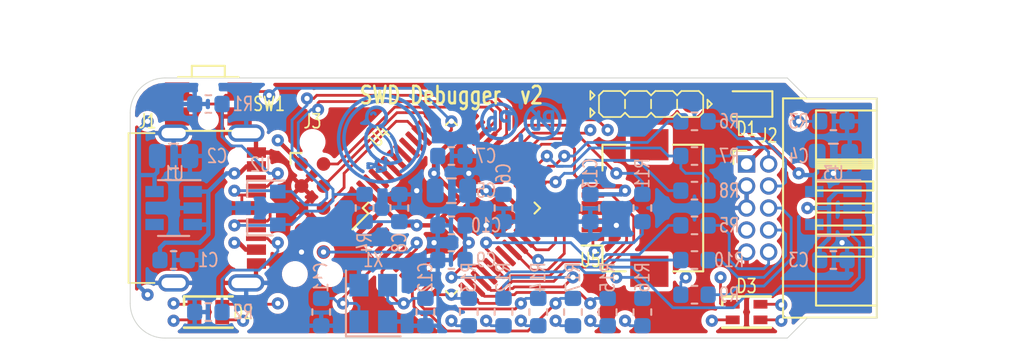
<source format=kicad_pcb>
(kicad_pcb (version 20171130) (host pcbnew "(5.1.0)-1")
  (layers (0 F.Cu signal) (1 In1.Cu signal) (2 In2.Cu signal) (31 B.Cu signal) (34 B.Paste user) (35 F.Paste user) (36 B.SilkS user) (37 F.SilkS user) (38 B.Mask user) (39 F.Mask user) (44 Edge.Cuts user))
  (net 0 "")
  (net 1 gnd)
  (net 2 vusb)
  (net 3 rgb_usb.green)
  (net 4 mcu.digital_15)
  (net 5 rgb_usb.blue_res.a)
  (net 6 mcu.xtal.xtal_in)
  (net 7 mcu.swd.swdio)
  (net 8 lcd.spi.sck)
  (net 9 swd.swd.reset)
  (net 10 target.swd.swdio)
  (net 11 mcu.digital_26)
  (net 12 v3v3)
  (net 13 lcd.reset)
  (net 14 rgb_tgt.green)
  (net 15 target_drv.swo_out)
  (net 16 rgb_tgt.green_res.a)
  (net 17 target_drv.swd.swclk)
  (net 18 target_reg.en)
  (net 19 swd.swd.swclk)
  (net 20 mcu.digital_22)
  (net 21 target_drv.swd.swo)
  (net 22 mcu.spi_0.mosi)
  (net 23 mcu.digital_12)
  (net 24 crystal.crystal.b)
  (net 25 mcu.digital_28)
  (net 26 mcu.digital_18)
  (net 27 target_drv.reset_in)
  (net 28 mcu.swd.swo)
  (net 29 rgb_tgt.package.red_k)
  (net 30 rgb_usb.green_res.a)
  (net 31 mcu.digital_27)
  (net 32 led_target.signal)
  (net 33 mcu.digital_13)
  (net 34 usb_net.d_N)
  (net 35 usb_net.d_P)
  (net 36 rgb_tgt.blue_res.a)
  (net 37 target.swd.reset)
  (net 38 usb.port.B5)
  (net 39 lcd.device.leda)
  (net 40 lcd.rs)
  (net 41 led_target.package.k)
  (net 42 rgb_usb.red_res.a)
  (net 43 rgb_usb.blue)
  (net 44 usb.port.A5)
  (net 45 "(adapter)tdi_res.a.dst")
  (net 46 lcd.cs)
  (net 47 tdi_res.b)
  (module calisco:USB_C_Receptacle_BSC_A40-00119 (layer F.Cu) (at 141 56 270)
    (fp_text reference J1 (at -5 1.5) (layer F.SilkS) (effects (font (size 0.8 0.6) (thickness 0.1))))
    (fp_text value "COM-15111 (Sparkfun)")
    (pad "" np_thru_hole oval (at 2.89 -3.68 270) (size 0.65 0.65) (drill 0.65) (layers *.Cu *.Mask))
    (pad "" np_thru_hole oval (at -2.89 -3.68 270) (size 0.65 0.65) (drill 0.65) (layers *.Cu *.Mask))
    (pad S thru_hole oval (at -4.32 0 270) (size 1 1.8) (drill oval 0.6 1.4) (layers *.Cu *.Mask) (net 1 gnd))
    (pad S thru_hole oval (at 4.32 0 270) (size 1 1.8) (drill oval 0.6 1.4) (layers *.Cu *.Mask) (net 1 gnd))
    (pad S thru_hole oval (at -4.32 -4.18 270) (size 1 2.1) (drill oval 0.6 1.7) (layers *.Cu *.Mask) (net 1 gnd))
    (pad S thru_hole oval (at 4.32 -4.18 270) (size 1 2.1) (drill oval 0.6 1.7) (layers *.Cu *.Mask) (net 1 gnd))
    (pad A1B12 smd rect (at -3.2 -4.77 270) (size 0.6 1.1) (layers F.Cu F.Paste F.Mask) (net 1 gnd))
    (pad A4B9 smd rect (at -2.4 -4.77 270) (size 0.6 1.1) (layers F.Cu F.Paste F.Mask) (net 2 vusb))
    (pad B1A12 smd rect (at 3.2 -4.77 270) (size 0.6 1.1) (layers F.Cu F.Paste F.Mask) (net 1 gnd))
    (pad B4A9 smd rect (at 2.4 -4.77 270) (size 0.6 1.1) (layers F.Cu F.Paste F.Mask) (net 2 vusb))
    (pad B8 smd rect (at -1.75 -4.745 270) (size 0.3 1.15) (layers F.Cu F.Paste F.Mask))
    (pad B5 smd rect (at 1.75 -4.745 270) (size 0.3 1.15) (layers F.Cu F.Paste F.Mask) (net 38 usb.port.B5))
    (pad B6 smd rect (at 0.75 -4.745 270) (size 0.3 1.15) (layers F.Cu F.Paste F.Mask) (net 35 usb_net.d_P))
    (pad A6 smd rect (at -0.25 -4.745 270) (size 0.3 1.15) (layers F.Cu F.Paste F.Mask) (net 35 usb_net.d_P))
    (pad A5 smd rect (at -1.25 -4.745 270) (size 0.3 1.15) (layers F.Cu F.Paste F.Mask) (net 44 usb.port.A5))
    (pad A8 smd rect (at 1.25 -4.745 270) (size 0.3 1.15) (layers F.Cu F.Paste F.Mask))
    (pad A7 smd rect (at 0.25 -4.745 270) (size 0.3 1.15) (layers F.Cu F.Paste F.Mask) (net 34 usb_net.d_N))
    (pad B7 smd rect (at -0.75 -4.745 270) (size 0.3 1.15) (layers F.Cu F.Paste F.Mask) (net 34 usb_net.d_N))
  )
  (module Resistor_SMD:R_0603_1608Metric (layer B.Cu) (at 168 62 90)
    (fp_text reference R16 (at 2 0 90) (layer B.SilkS) (effects (font (size 0.8 0.6) (thickness 0.1)) (justify mirror)))
    (fp_text value "1k, 1%, 0.1W")
    (pad 1 smd roundrect (at -0.7875 0 90) (size 0.875 0.95) (layers B.Cu B.Paste B.Mask) (net 16 rgb_tgt.green_res.a))
    (pad 2 smd roundrect (at 0.7875 0 90) (size 0.875 0.95) (layers B.Cu B.Paste B.Mask) (net 14 rgb_tgt.green))
  )
  (module Package_TO_SOT_SMD:SOT-23 (layer B.Cu) (at 146 56 180)
    (fp_text reference U2 (at 0 2.5 180) (layer B.SilkS) (effects (font (size 0.8 0.6) (thickness 0.1)) (justify mirror)))
    (fp_text value "TPD2E009 (Texas Instruments)")
    (pad 1 smd rect (at -1 0.95 180) (size 0.9 0.8) (layers B.Cu B.Paste B.Mask) (net 34 usb_net.d_N))
    (pad 2 smd rect (at -1 -0.95 180) (size 0.9 0.8) (layers B.Cu B.Paste B.Mask) (net 35 usb_net.d_P))
    (pad 3 smd rect (at 1 0 180) (size 0.9 0.8) (layers B.Cu B.Paste B.Mask) (net 1 gnd))
  )
  (module calisco:LED_RGB_0606 (layer F.Cu) (at 143 62)
    (fp_text reference D2 (at 2 0) (layer F.SilkS) (effects (font (size 0.8 0.6) (thickness 0.1))))
    (fp_text value "EAST1616RGBB2 (Everlight Electronics Co Ltd)")
    (pad 4 smd rect (at 0.8 -0.45) (size 0.8 0.5) (layers F.Cu F.Paste F.Mask) (net 42 rgb_usb.red_res.a))
    (pad 3 smd rect (at 0.8 0.45) (size 0.8 0.5) (layers F.Cu F.Paste F.Mask) (net 30 rgb_usb.green_res.a))
    (pad 2 smd rect (at -0.8 0.45) (size 0.8 0.5) (layers F.Cu F.Paste F.Mask) (net 5 rgb_usb.blue_res.a))
    (pad 1 smd rect (at -0.8 -0.45) (size 0.8 0.5) (layers F.Cu F.Paste F.Mask) (net 12 v3v3))
  )
  (module Package_QFP:LQFP-48_7x7mm_P0.5mm (layer F.Cu) (at 157 56 45)
    (fp_text reference U4 (at 0 -5.85 45) (layer F.SilkS) (effects (font (size 0.8 0.6) (thickness 0.1))))
    (fp_text value "STM32F103xxT6 (STMicroelectronics)")
    (pad 1 smd roundrect (at -4.1625 -2.75 45) (size 1.475 0.3) (layers F.Cu F.Paste F.Mask) (net 12 v3v3))
    (pad 2 smd roundrect (at -4.1625 -2.25 45) (size 1.475 0.3) (layers F.Cu F.Paste F.Mask))
    (pad 3 smd roundrect (at -4.1625 -1.75 45) (size 1.475 0.3) (layers F.Cu F.Paste F.Mask))
    (pad 4 smd roundrect (at -4.1625 -1.25 45) (size 1.475 0.3) (layers F.Cu F.Paste F.Mask))
    (pad 5 smd roundrect (at -4.1625 -0.75 45) (size 1.475 0.3) (layers F.Cu F.Paste F.Mask) (net 6 mcu.xtal.xtal_in))
    (pad 6 smd roundrect (at -4.1625 -0.25 45) (size 1.475 0.3) (layers F.Cu F.Paste F.Mask) (net 24 crystal.crystal.b))
    (pad 7 smd roundrect (at -4.1625 0.25 45) (size 1.475 0.3) (layers F.Cu F.Paste F.Mask) (net 9 swd.swd.reset))
    (pad 8 smd roundrect (at -4.1625 0.75 45) (size 1.475 0.3) (layers F.Cu F.Paste F.Mask) (net 1 gnd))
    (pad 9 smd roundrect (at -4.1625 1.25 45) (size 1.475 0.3) (layers F.Cu F.Paste F.Mask) (net 12 v3v3))
    (pad 10 smd roundrect (at -4.1625 1.75 45) (size 1.475 0.3) (layers F.Cu F.Paste F.Mask) (net 33 mcu.digital_13))
    (pad 11 smd roundrect (at -4.1625 2.25 45) (size 1.475 0.3) (layers F.Cu F.Paste F.Mask) (net 43 rgb_usb.blue))
    (pad 12 smd roundrect (at -4.1625 2.75 45) (size 1.475 0.3) (layers F.Cu F.Paste F.Mask) (net 3 rgb_usb.green))
    (pad 13 smd roundrect (at -2.75 4.1625 45) (size 0.3 1.475) (layers F.Cu F.Paste F.Mask) (net 4 mcu.digital_15))
    (pad 14 smd roundrect (at -2.25 4.1625 45) (size 0.3 1.475) (layers F.Cu F.Paste F.Mask) (net 26 mcu.digital_18))
    (pad 15 smd roundrect (at -1.75 4.1625 45) (size 0.3 1.475) (layers F.Cu F.Paste F.Mask) (net 8 lcd.spi.sck))
    (pad 16 smd roundrect (at -1.25 4.1625 45) (size 0.3 1.475) (layers F.Cu F.Paste F.Mask) (net 18 target_reg.en))
    (pad 17 smd roundrect (at -0.75 4.1625 45) (size 0.3 1.475) (layers F.Cu F.Paste F.Mask) (net 22 mcu.spi_0.mosi))
    (pad 18 smd roundrect (at -0.25 4.1625 45) (size 0.3 1.475) (layers F.Cu F.Paste F.Mask) (net 27 target_drv.reset_in))
    (pad 19 smd roundrect (at 0.25 4.1625 45) (size 0.3 1.475) (layers F.Cu F.Paste F.Mask))
    (pad 20 smd roundrect (at 0.75 4.1625 45) (size 0.3 1.475) (layers F.Cu F.Paste F.Mask) (net 13 lcd.reset))
    (pad 21 smd roundrect (at 1.25 4.1625 45) (size 0.3 1.475) (layers F.Cu F.Paste F.Mask) (net 45 "(adapter)tdi_res.a.dst"))
    (pad 22 smd roundrect (at 1.75 4.1625 45) (size 0.3 1.475) (layers F.Cu F.Paste F.Mask) (net 40 lcd.rs))
    (pad 23 smd roundrect (at 2.25 4.1625 45) (size 0.3 1.475) (layers F.Cu F.Paste F.Mask) (net 1 gnd))
    (pad 24 smd roundrect (at 2.75 4.1625 45) (size 0.3 1.475) (layers F.Cu F.Paste F.Mask) (net 12 v3v3))
    (pad 25 smd roundrect (at 4.1625 2.75 45) (size 1.475 0.3) (layers F.Cu F.Paste F.Mask) (net 11 mcu.digital_26))
    (pad 26 smd roundrect (at 4.1625 2.25 45) (size 1.475 0.3) (layers F.Cu F.Paste F.Mask) (net 25 mcu.digital_28))
    (pad 27 smd roundrect (at 4.1625 1.75 45) (size 1.475 0.3) (layers F.Cu F.Paste F.Mask) (net 31 mcu.digital_27))
    (pad 28 smd roundrect (at 4.1625 1.25 45) (size 1.475 0.3) (layers F.Cu F.Paste F.Mask) (net 46 lcd.cs))
    (pad 29 smd roundrect (at 4.1625 0.75 45) (size 1.475 0.3) (layers F.Cu F.Paste F.Mask) (net 20 mcu.digital_22))
    (pad 30 smd roundrect (at 4.1625 0.25 45) (size 1.475 0.3) (layers F.Cu F.Paste F.Mask) (net 14 rgb_tgt.green))
    (pad 31 smd roundrect (at 4.1625 -0.25 45) (size 1.475 0.3) (layers F.Cu F.Paste F.Mask) (net 15 target_drv.swo_out))
    (pad 32 smd roundrect (at 4.1625 -0.75 45) (size 1.475 0.3) (layers F.Cu F.Paste F.Mask) (net 34 usb_net.d_N))
    (pad 33 smd roundrect (at 4.1625 -1.25 45) (size 1.475 0.3) (layers F.Cu F.Paste F.Mask) (net 35 usb_net.d_P))
    (pad 34 smd roundrect (at 4.1625 -1.75 45) (size 1.475 0.3) (layers F.Cu F.Paste F.Mask) (net 7 mcu.swd.swdio))
    (pad 35 smd roundrect (at 4.1625 -2.25 45) (size 1.475 0.3) (layers F.Cu F.Paste F.Mask) (net 1 gnd))
    (pad 36 smd roundrect (at 4.1625 -2.75 45) (size 1.475 0.3) (layers F.Cu F.Paste F.Mask) (net 12 v3v3))
    (pad 37 smd roundrect (at 2.75 -4.1625 45) (size 0.3 1.475) (layers F.Cu F.Paste F.Mask) (net 19 swd.swd.swclk))
    (pad 38 smd roundrect (at 2.25 -4.1625 45) (size 0.3 1.475) (layers F.Cu F.Paste F.Mask) (net 23 mcu.digital_12))
    (pad 39 smd roundrect (at 1.75 -4.1625 45) (size 0.3 1.475) (layers F.Cu F.Paste F.Mask) (net 28 mcu.swd.swo))
    (pad 40 smd roundrect (at 1.25 -4.1625 45) (size 0.3 1.475) (layers F.Cu F.Paste F.Mask))
    (pad 41 smd roundrect (at 0.75 -4.1625 45) (size 0.3 1.475) (layers F.Cu F.Paste F.Mask))
    (pad 42 smd roundrect (at 0.25 -4.1625 45) (size 0.3 1.475) (layers F.Cu F.Paste F.Mask))
    (pad 43 smd roundrect (at -0.25 -4.1625 45) (size 0.3 1.475) (layers F.Cu F.Paste F.Mask))
    (pad 44 smd roundrect (at -0.75 -4.1625 45) (size 0.3 1.475) (layers F.Cu F.Paste F.Mask) (net 1 gnd))
    (pad 45 smd roundrect (at -1.25 -4.1625 45) (size 0.3 1.475) (layers F.Cu F.Paste F.Mask))
    (pad 46 smd roundrect (at -1.75 -4.1625 45) (size 0.3 1.475) (layers F.Cu F.Paste F.Mask))
    (pad 47 smd roundrect (at -2.25 -4.1625 45) (size 0.3 1.475) (layers F.Cu F.Paste F.Mask) (net 1 gnd))
    (pad 48 smd roundrect (at -2.75 -4.1625 45) (size 0.3 1.475) (layers F.Cu F.Paste F.Mask) (net 12 v3v3))
  )
  (module Capacitor_SMD:C_0603_1608Metric (layer B.Cu) (at 157 53)
    (fp_text reference C7 (at 2 0) (layer B.SilkS) (effects (font (size 0.8 0.6) (thickness 0.1)) (justify mirror)))
    (fp_text value "CL10B104KB8NNNC (Samsung Electro-Mechanics) - 0.1µF, 50V")
    (pad 1 smd roundrect (at -0.7875 0) (size 0.875 0.95) (layers B.Cu B.Paste B.Mask) (net 12 v3v3))
    (pad 2 smd roundrect (at 0.7875 0) (size 0.875 0.95) (layers B.Cu B.Paste B.Mask) (net 1 gnd))
  )
  (module Package_TO_SOT_SMD:SOT-23-5 (layer B.Cu) (at 141 56 180)
    (fp_text reference U1 (at 0 2 180) (layer B.SilkS) (effects (font (size 0.8 0.6) (thickness 0.1)) (justify mirror)))
    (fp_text value "AP2204K-3.3 (Diodes Incorporated)")
    (pad 5 smd rect (at 1.1 0.95 180) (size 1.06 0.65) (layers B.Cu B.Paste B.Mask) (net 12 v3v3))
    (pad 4 smd rect (at 1.1 -0.95 180) (size 1.06 0.65) (layers B.Cu B.Paste B.Mask))
    (pad 3 smd rect (at -1.1 -0.95 180) (size 1.06 0.65) (layers B.Cu B.Paste B.Mask) (net 2 vusb))
    (pad 2 smd rect (at -1.1 0 180) (size 1.06 0.65) (layers B.Cu B.Paste B.Mask) (net 1 gnd))
    (pad 1 smd rect (at -1.1 0.95 180) (size 1.06 0.65) (layers B.Cu B.Paste B.Mask) (net 2 vusb))
  )
  (module Capacitor_SMD:C_0603_1608Metric (layer B.Cu) (at 141 59)
    (fp_text reference C1 (at 2 0) (layer B.SilkS) (effects (font (size 0.8 0.6) (thickness 0.1)) (justify mirror)))
    (fp_text value "CL10A105KP8NNNC (Samsung Electro-Mechanics) - 1µF, 10V")
    (pad 2 smd roundrect (at 0.7875 0) (size 0.875 0.95) (layers B.Cu B.Paste B.Mask) (net 1 gnd))
    (pad 1 smd roundrect (at -0.7875 0) (size 0.875 0.95) (layers B.Cu B.Paste B.Mask) (net 2 vusb))
  )
  (module Capacitor_SMD:C_0805_2012Metric (layer B.Cu) (at 141 53)
    (fp_text reference C2 (at 2.5 0) (layer B.SilkS) (effects (font (size 0.8 0.6) (thickness 0.1)) (justify mirror)))
    (fp_text value "CL21B225KPFNNNE (Samsung Electro-Mechanics) - 2.2µF, 10V")
    (pad 1 smd roundrect (at -0.9375 0) (size 0.975 1.4) (layers B.Cu B.Paste B.Mask) (net 12 v3v3))
    (pad 2 smd roundrect (at 0.9375 0) (size 0.975 1.4) (layers B.Cu B.Paste B.Mask) (net 1 gnd))
  )
  (module calisco:Symbol_Duckling (layer B.Cu) (at 153 52 180)
    (fp_text reference U6 hide)
    (fp_text value Duck hide)
    (fp_arc (start 0.255376 -2.580879) (end 0.286757 -1.643905) (angle 31.9) (layer B.Cu) (width 0.16))
    (fp_arc (start 0.255376 -0.95693) (end -0.213243 -1.768905) (angle 31.9) (layer B.Cu) (width 0.16))
    (fp_arc (start -1.045869 1.397143) (end -0.303506 0.391461) (angle 23.07391807) (layer B.Cu) (width 0.2))
    (fp_arc (start 0.820058 -1.49895) (end 0.820058 -1.43645) (angle 180) (layer B.Cu) (width 0.16))
    (fp_arc (start 0.820058 -1.62395) (end 0.820058 -1.56145) (angle 180) (layer B.Cu) (width 0.16))
    (fp_line (start -0.51095 -1.424715) (end -0.201673 -1.39873) (layer B.Cu) (width 0.2))
    (fp_line (start -1.072198 -1.25) (end -0.807277 -1.374087) (layer B.Cu) (width 0.2))
    (fp_line (start -0.201673 -1.39873) (end 0.101295 -1.297751) (layer B.Cu) (width 0.2))
    (fp_line (start 0.101295 -1.297751) (end 0.379085 -1.128065) (layer B.Cu) (width 0.2))
    (fp_arc (start 0.438855 -0.614222) (end -0.303506 0.391461) (angle 50.50954913) (layer B.Cu) (width 0.2))
    (fp_arc (start -2.057586 -0.480902) (end -1.072198 -1.25) (angle 34.91520625) (layer B.Cu) (width 0.2))
    (fp_line (start -0.807277 -1.374087) (end -0.51095 -1.424715) (layer B.Cu) (width 0.2))
    (fp_line (start 0.379085 -1.128065) (end 0.614398 -0.900241) (layer B.Cu) (width 0.2))
    (fp_line (start 0.614398 -0.900241) (end 0.792579 -0.628467) (layer B.Cu) (width 0.2))
    (fp_line (start 0.937407 -0.022451) (end 0.895035 0.27405) (layer B.Cu) (width 0.2))
    (fp_line (start 0.895035 0.27405) (end 0.778054 0.54137) (layer B.Cu) (width 0.2))
    (fp_line (start 0.778054 0.54137) (end 0.59375 0.762861) (layer B.Cu) (width 0.2))
    (fp_arc (start 1.417814 1.468658) (end 0.869178 1.169286) (angle 38.9) (layer B.Cu) (width 0.16))
    (fp_line (start 0.792579 -0.628467) (end 0.902531 -0.329667) (layer B.Cu) (width 0.2))
    (fp_arc (start 0.666915 -0.805586) (end -0.013396 0.243068) (angle 64) (layer B.Cu) (width 0.16))
    (fp_arc (start 0.5 1.375) (end 0.62074 1.407352) (angle 150) (layer B.Cu) (width 0.16))
    (fp_arc (start 0.286757 -1.831405) (end 0.286757 -1.768905) (angle 180) (layer B.Cu) (width 0.16))
    (fp_circle (center 0.3125 1.25) (end 0.875 1.25) (layer B.Cu) (width 0.2))
    (fp_arc (start 1.002382 1.490866) (end 0.763205 0.913443) (angle 38.9) (layer B.Cu) (width 0.16))
    (fp_line (start 0.902531 -0.329667) (end 0.937407 -0.022451) (layer B.Cu) (width 0.2))
    (fp_arc (start 0.286757 -1.706405) (end 0.286757 -1.643905) (angle 180) (layer B.Cu) (width 0.16))
    (fp_arc (start -0.639602 0.290712) (end -0.573812 -0.957555) (angle 73.5) (layer B.Cu) (width 0.16))
    (fp_arc (start 0.788677 -0.749475) (end 0.320058 -1.56145) (angle 31.9) (layer B.Cu) (width 0.16))
    (fp_arc (start 0 0) (end 1.093749 -1.89443) (angle 300) (layer B.Cu) (width 0.2))
    (fp_arc (start 0.788677 -2.373424) (end 0.820058 -1.43645) (angle 31.9) (layer B.Cu) (width 0.16))
    (fp_line (start -0.150743 -1.768905) (end -0.2 -1.39571) (layer B.Cu) (width 0.2))
    (fp_circle (center 0 0) (end 2.5 0) (layer B.Cu) (width 0.2))
    (fp_line (start 0.382558 -1.56145) (end 0.273702 -1.202597) (layer B.Cu) (width 0.2))
    (fp_line (start -0.2 -1.39571) (end -0.212004 -1.146914) (layer B.Cu) (width 0.2))
  )
  (module calisco:Indicator_IdDots_4 (layer F.Cu) (at 168.5 50)
    (fp_text reference 2 hide)
    (fp_text value IdDots4)
    (fp_circle (center -2.25 0) (end -2 0) (layer F.Cu) (width 0.5))
    (fp_circle (center -0.75 0) (end -0.5 0) (layer F.Cu) (width 0.5))
    (fp_circle (center 0.75 0) (end 1 0) (layer F.Cu) (width 0.5))
    (fp_circle (center 2.25 0) (end 2.5 0) (layer F.Cu) (width 0.5))
  )
  (module calisco:Indicator_LeadFree (layer B.Cu) (at 161 51)
    (fp_text reference 1 hide)
    (fp_text value LeadFree hide)
    (fp_text user Pb (at 1.25 0) (layer B.Cu) (effects (font (size 1 0.8) (thickness 0.2)) (justify mirror)))
    (fp_line (start 0.6 -0.7) (end 1.9 0.7) (layer B.Cu) (width 0.2))
    (fp_circle (center -1.25 0) (end -0.25 0) (layer B.Cu) (width 0.2))
    (fp_text user Pb (at -1.25 0) (layer B.Cu) (effects (font (size 1 0.8) (thickness 0.2)) (justify mirror)))
    (fp_circle (center 1.25 0) (end 2.25 0) (layer B.Cu) (width 0.2))
    (fp_line (start -2.05 0.55) (end -1.8 0.55) (layer B.Cu) (width 0.2))
    (fp_line (start -0.8 -0.45) (end -0.4 -0.45) (layer B.Cu) (width 0.2))
  )
  (module Resistor_SMD:R_0603_1608Metric (layer B.Cu) (at 143 62)
    (fp_text reference R2 (at 2 0) (layer B.SilkS) (effects (font (size 0.8 0.6) (thickness 0.1)) (justify mirror)))
    (fp_text value "5.1k, 1%, 0.1W")
    (pad 2 smd roundrect (at 0.7875 0) (size 0.875 0.95) (layers B.Cu B.Paste B.Mask) (net 38 usb.port.B5))
    (pad 1 smd roundrect (at -0.7875 0) (size 0.875 0.95) (layers B.Cu B.Paste B.Mask) (net 1 gnd))
  )
  (module Resistor_SMD:R_0603_1608Metric (layer B.Cu) (at 143 50)
    (fp_text reference R1 (at 2 0) (layer B.SilkS) (effects (font (size 0.8 0.6) (thickness 0.1)) (justify mirror)))
    (fp_text value "5.1k, 1%, 0.1W")
    (pad 1 smd roundrect (at -0.7875 0) (size 0.875 0.95) (layers B.Cu B.Paste B.Mask) (net 1 gnd))
    (pad 2 smd roundrect (at 0.7875 0) (size 0.875 0.95) (layers B.Cu B.Paste B.Mask) (net 44 usb.port.A5))
  )
  (module Capacitor_SMD:C_0805_2012Metric (layer B.Cu) (at 157 55)
    (fp_text reference C5 (at 2 0) (layer B.SilkS) (effects (font (size 0.8 0.6) (thickness 0.1)) (justify mirror)))
    (fp_text value "CL21A475KQFNNNG (Samsung Electro-Mechanics) - 4.7µF, 6.3V")
    (pad 1 smd roundrect (at -0.9375 0) (size 0.975 1.4) (layers B.Cu B.Paste B.Mask) (net 12 v3v3))
    (pad 2 smd roundrect (at 0.9375 0) (size 0.975 1.4) (layers B.Cu B.Paste B.Mask) (net 1 gnd))
  )
  (module Capacitor_SMD:C_0603_1608Metric (layer B.Cu) (at 157 59 180)
    (fp_text reference C9 (at -2 0 180) (layer B.SilkS) (effects (font (size 0.8 0.6) (thickness 0.1)) (justify mirror)))
    (fp_text value "CL10B103KB8NNNC (Samsung Electro-Mechanics) - 10000pF, 50V")
    (pad 2 smd roundrect (at 0.7875 0 180) (size 0.875 0.95) (layers B.Cu B.Paste B.Mask) (net 1 gnd))
    (pad 1 smd roundrect (at -0.7875 0 180) (size 0.875 0.95) (layers B.Cu B.Paste B.Mask) (net 12 v3v3))
  )
  (module Capacitor_SMD:C_0603_1608Metric (layer B.Cu) (at 157 57 180)
    (fp_text reference C10 (at -2 -0.000001 180) (layer B.SilkS) (effects (font (size 0.8 0.6) (thickness 0.1)) (justify mirror)))
    (fp_text value "CL10A105KP8NNNC (Samsung Electro-Mechanics) - 1µF, 10V")
    (pad 1 smd roundrect (at -0.7875 0 180) (size 0.875 0.95) (layers B.Cu B.Paste B.Mask) (net 12 v3v3))
    (pad 2 smd roundrect (at 0.7875 0 180) (size 0.875 0.95) (layers B.Cu B.Paste B.Mask) (net 1 gnd))
  )
  (module Capacitor_SMD:C_0603_1608Metric (layer B.Cu) (at 160 56 270)
    (fp_text reference C6 (at -2 0 270) (layer B.SilkS) (effects (font (size 0.8 0.6) (thickness 0.1)) (justify mirror)))
    (fp_text value "CL10B104KB8NNNC (Samsung Electro-Mechanics) - 0.1µF, 50V")
    (pad 2 smd roundrect (at 0.7875 0 270) (size 0.875 0.95) (layers B.Cu B.Paste B.Mask) (net 1 gnd))
    (pad 1 smd roundrect (at -0.7875 0 270) (size 0.875 0.95) (layers B.Cu B.Paste B.Mask) (net 12 v3v3))
  )
  (module Capacitor_SMD:C_0603_1608Metric (layer B.Cu) (at 154 56 90)
    (fp_text reference C8 (at -2 0 90) (layer B.SilkS) (effects (font (size 0.8 0.6) (thickness 0.1)) (justify mirror)))
    (fp_text value "CL10B104KB8NNNC (Samsung Electro-Mechanics) - 0.1µF, 50V")
    (pad 1 smd roundrect (at -0.7875 0 90) (size 0.875 0.95) (layers B.Cu B.Paste B.Mask) (net 12 v3v3))
    (pad 2 smd roundrect (at 0.7875 0 90) (size 0.875 0.95) (layers B.Cu B.Paste B.Mask) (net 1 gnd))
  )
  (module Capacitor_SMD:C_0603_1608Metric (layer B.Cu) (at 149.5 62 270)
    (fp_text reference C11 (at -2 0 270) (layer B.SilkS) (effects (font (size 0.8 0.6) (thickness 0.1)) (justify mirror)))
    (fp_text value "CC0603GRNPO9BN180 (Yageo) - 18pF, 50V")
    (pad 2 smd roundrect (at 0.7875 0 270) (size 0.875 0.95) (layers B.Cu B.Paste B.Mask) (net 1 gnd))
    (pad 1 smd roundrect (at -0.7875 0 270) (size 0.875 0.95) (layers B.Cu B.Paste B.Mask) (net 6 mcu.xtal.xtal_in))
  )
  (module Capacitor_SMD:C_0603_1608Metric (layer B.Cu) (at 155.5 62 270)
    (fp_text reference C12 (at -2 0 270) (layer B.SilkS) (effects (font (size 0.8 0.6) (thickness 0.1)) (justify mirror)))
    (fp_text value "CC0603GRNPO9BN180 (Yageo) - 18pF, 50V")
    (pad 1 smd roundrect (at -0.7875 0 270) (size 0.875 0.95) (layers B.Cu B.Paste B.Mask) (net 24 crystal.crystal.b))
    (pad 2 smd roundrect (at 0.7875 0 270) (size 0.875 0.95) (layers B.Cu B.Paste B.Mask) (net 1 gnd))
  )
  (module Oscillator:Oscillator_SMD_Abracon_ASE-4Pin_3.2x2.5mm (layer B.Cu) (at 152.5 61.5 90)
    (fp_text reference X1 (at 2.5 0 180) (layer B.SilkS) (effects (font (size 0.8 0.6) (thickness 0.1)) (justify mirror)))
    (fp_text value "7V-12.000MAHE-T (TXC)")
    (pad 1 smd rect (at -1.05 -0.825 90) (size 1.3 1.1) (layers B.Cu B.Paste B.Mask) (net 6 mcu.xtal.xtal_in))
    (pad 2 smd rect (at 1.05 -0.825 90) (size 1.3 1.1) (layers B.Cu B.Paste B.Mask) (net 1 gnd))
    (pad 3 smd rect (at 1.05 0.825 90) (size 1.3 1.1) (layers B.Cu B.Paste B.Mask) (net 24 crystal.crystal.b))
    (pad 4 smd rect (at -1.05 0.825 90) (size 1.3 1.1) (layers B.Cu B.Paste B.Mask) (net 1 gnd))
  )
  (module Resistor_SMD:R_0603_1608Metric (layer B.Cu) (at 152 56 90)
    (fp_text reference R4 (at -2 0 90) (layer B.SilkS) (effects (font (size 0.8 0.6) (thickness 0.1)) (justify mirror)))
    (fp_text value "1.5k, 1%, 0.1W")
    (pad 1 smd roundrect (at -0.7875 0 90) (size 0.875 0.95) (layers B.Cu B.Paste B.Mask) (net 12 v3v3))
    (pad 2 smd roundrect (at 0.7875 0 90) (size 0.875 0.95) (layers B.Cu B.Paste B.Mask) (net 35 usb_net.d_P))
  )
  (module Resistor_SMD:R_0603_1608Metric (layer B.Cu) (at 164 62 90)
    (fp_text reference R17 (at 2 0 90) (layer B.SilkS) (effects (font (size 0.8 0.6) (thickness 0.1)) (justify mirror)))
    (fp_text value "1k, 1%, 0.1W")
    (pad 2 smd roundrect (at 0.7875 0 90) (size 0.875 0.95) (layers B.Cu B.Paste B.Mask) (net 33 mcu.digital_13))
    (pad 1 smd roundrect (at -0.7875 0 90) (size 0.875 0.95) (layers B.Cu B.Paste B.Mask) (net 36 rgb_tgt.blue_res.a))
  )
  (module Resistor_SMD:R_0603_1608Metric (layer B.Cu) (at 166 62 90)
    (fp_text reference R15 (at 2 0 90) (layer B.SilkS) (effects (font (size 0.8 0.6) (thickness 0.1)) (justify mirror)))
    (fp_text value "1k, 1%, 0.1W")
    (pad 1 smd roundrect (at -0.7875 0 90) (size 0.875 0.95) (layers B.Cu B.Paste B.Mask) (net 29 rgb_tgt.package.red_k))
    (pad 2 smd roundrect (at 0.7875 0 90) (size 0.875 0.95) (layers B.Cu B.Paste B.Mask) (net 4 mcu.digital_15))
  )
  (module calisco:LED_RGB_0606 (layer F.Cu) (at 174 62)
    (fp_text reference D3 (at 0 -1.5) (layer F.SilkS) (effects (font (size 0.8 0.6) (thickness 0.1))))
    (fp_text value "EAST1616RGBB2 (Everlight Electronics Co Ltd)")
    (pad 4 smd rect (at 0.8 -0.45) (size 0.8 0.5) (layers F.Cu F.Paste F.Mask) (net 29 rgb_tgt.package.red_k))
    (pad 3 smd rect (at 0.8 0.45) (size 0.8 0.5) (layers F.Cu F.Paste F.Mask) (net 16 rgb_tgt.green_res.a))
    (pad 2 smd rect (at -0.8 0.45) (size 0.8 0.5) (layers F.Cu F.Paste F.Mask) (net 36 rgb_tgt.blue_res.a))
    (pad 1 smd rect (at -0.8 -0.45) (size 0.8 0.5) (layers F.Cu F.Paste F.Mask) (net 12 v3v3))
  )
  (module Resistor_SMD:R_0603_1608Metric (layer B.Cu) (at 171 57)
    (fp_text reference R5 (at 2 0) (layer B.SilkS) (effects (font (size 0.8 0.6) (thickness 0.1)) (justify mirror)))
    (fp_text value "22, 1%, 0.1W")
    (pad 1 smd roundrect (at -0.7875 0) (size 0.875 0.95) (layers B.Cu B.Paste B.Mask) (net 27 target_drv.reset_in))
    (pad 2 smd roundrect (at 0.7875 0) (size 0.875 0.95) (layers B.Cu B.Paste B.Mask) (net 37 target.swd.reset))
  )
  (module Resistor_SMD:R_0603_1608Metric (layer B.Cu) (at 171 51)
    (fp_text reference R6 (at 2 0) (layer B.SilkS) (effects (font (size 0.8 0.6) (thickness 0.1)) (justify mirror)))
    (fp_text value "22, 1%, 0.1W")
    (pad 2 smd roundrect (at 0.7875 0) (size 0.875 0.95) (layers B.Cu B.Paste B.Mask) (net 17 target_drv.swd.swclk))
    (pad 1 smd roundrect (at -0.7875 0) (size 0.875 0.95) (layers B.Cu B.Paste B.Mask) (net 25 mcu.digital_28))
  )
  (module Resistor_SMD:R_0603_1608Metric (layer B.Cu) (at 171 55)
    (fp_text reference R8 (at 2 0) (layer B.SilkS) (effects (font (size 0.8 0.6) (thickness 0.1)) (justify mirror)))
    (fp_text value "100, 1%, 0.1W")
    (pad 2 smd roundrect (at 0.7875 0) (size 0.875 0.95) (layers B.Cu B.Paste B.Mask) (net 31 mcu.digital_27))
    (pad 1 smd roundrect (at -0.7875 0) (size 0.875 0.95) (layers B.Cu B.Paste B.Mask) (net 11 mcu.digital_26))
  )
  (module Resistor_SMD:R_0603_1608Metric (layer B.Cu) (at 171 53)
    (fp_text reference R7 (at 2 0) (layer B.SilkS) (effects (font (size 0.8 0.6) (thickness 0.1)) (justify mirror)))
    (fp_text value "22, 1%, 0.1W")
    (pad 1 smd roundrect (at -0.7875 0) (size 0.875 0.95) (layers B.Cu B.Paste B.Mask) (net 31 mcu.digital_27))
    (pad 2 smd roundrect (at 0.7875 0) (size 0.875 0.95) (layers B.Cu B.Paste B.Mask) (net 10 target.swd.swdio))
  )
  (module Resistor_SMD:R_0603_1608Metric (layer B.Cu) (at 171 61)
    (fp_text reference R9 (at 2 0) (layer B.SilkS) (effects (font (size 0.8 0.6) (thickness 0.1)) (justify mirror)))
    (fp_text value "22, 1%, 0.1W")
    (pad 1 smd roundrect (at -0.7875 0) (size 0.875 0.95) (layers B.Cu B.Paste B.Mask) (net 15 target_drv.swo_out))
    (pad 2 smd roundrect (at 0.7875 0) (size 0.875 0.95) (layers B.Cu B.Paste B.Mask) (net 21 target_drv.swd.swo))
  )
  (module Resistor_SMD:R_0603_1608Metric (layer B.Cu) (at 171 59)
    (fp_text reference R10 (at 2 0) (layer B.SilkS) (effects (font (size 0.8 0.6) (thickness 0.1)) (justify mirror)))
    (fp_text value "22, 1%, 0.1W")
    (pad 1 smd roundrect (at -0.7875 0) (size 0.875 0.95) (layers B.Cu B.Paste B.Mask) (net 45 "(adapter)tdi_res.a.dst"))
    (pad 2 smd roundrect (at 0.7875 0) (size 0.875 0.95) (layers B.Cu B.Paste B.Mask) (net 47 tdi_res.b))
  )
  (module Resistor_SMD:R_0603_1608Metric (layer B.Cu) (at 162 62 90)
    (fp_text reference R14 (at 2 0 90) (layer B.SilkS) (effects (font (size 0.8 0.6) (thickness 0.1)) (justify mirror)))
    (fp_text value "1k, 1%, 0.1W")
    (pad 2 smd roundrect (at 0.7875 0 90) (size 0.875 0.95) (layers B.Cu B.Paste B.Mask) (net 43 rgb_usb.blue))
    (pad 1 smd roundrect (at -0.7875 0 90) (size 0.875 0.95) (layers B.Cu B.Paste B.Mask) (net 5 rgb_usb.blue_res.a))
  )
  (module Resistor_SMD:R_0603_1608Metric (layer B.Cu) (at 158 62 90)
    (fp_text reference R13 (at 2 0 90) (layer B.SilkS) (effects (font (size 0.8 0.6) (thickness 0.1)) (justify mirror)))
    (fp_text value "1k, 1%, 0.1W")
    (pad 1 smd roundrect (at -0.7875 0 90) (size 0.875 0.95) (layers B.Cu B.Paste B.Mask) (net 30 rgb_usb.green_res.a))
    (pad 2 smd roundrect (at 0.7875 0 90) (size 0.875 0.95) (layers B.Cu B.Paste B.Mask) (net 3 rgb_usb.green))
  )
  (module Resistor_SMD:R_0603_1608Metric (layer B.Cu) (at 160 62 90)
    (fp_text reference R12 (at 2 0 90) (layer B.SilkS) (effects (font (size 0.8 0.6) (thickness 0.1)) (justify mirror)))
    (fp_text value "1k, 1%, 0.1W")
    (pad 1 smd roundrect (at -0.7875 0 90) (size 0.875 0.95) (layers B.Cu B.Paste B.Mask) (net 42 rgb_usb.red_res.a))
    (pad 2 smd roundrect (at 0.7875 0 90) (size 0.875 0.95) (layers B.Cu B.Paste B.Mask) (net 26 mcu.digital_18))
  )
  (module Connector_FFC-FPC:Hirose_FH12-8S-0.5SH_1x08-1MP_P0.50mm_Horizontal (layer F.Cu) (at 167 56 90)
    (fp_text reference U5 (at -3 -2 180) (layer F.SilkS) (effects (font (size 0.8 0.6) (thickness 0.1))))
    (fp_text value "QT096T_IF09, FH12-8S-0.5SH(55)")
    (pad MP smd rect (at 3.65 1.4 90) (size 1.8 2.2) (layers F.Cu F.Paste F.Mask))
    (pad MP smd rect (at -3.65 1.4 90) (size 1.8 2.2) (layers F.Cu F.Paste F.Mask))
    (pad 1 smd rect (at -1.75 -1.85 90) (size 0.3 1.3) (layers F.Cu F.Paste F.Mask) (net 39 lcd.device.leda))
    (pad 2 smd rect (at -1.25 -1.85 90) (size 0.3 1.3) (layers F.Cu F.Paste F.Mask) (net 1 gnd))
    (pad 3 smd rect (at -0.75 -1.85 90) (size 0.3 1.3) (layers F.Cu F.Paste F.Mask) (net 13 lcd.reset))
    (pad 4 smd rect (at -0.25 -1.85 90) (size 0.3 1.3) (layers F.Cu F.Paste F.Mask) (net 40 lcd.rs))
    (pad 5 smd rect (at 0.25 -1.85 90) (size 0.3 1.3) (layers F.Cu F.Paste F.Mask) (net 22 mcu.spi_0.mosi))
    (pad 6 smd rect (at 0.75 -1.85 90) (size 0.3 1.3) (layers F.Cu F.Paste F.Mask) (net 8 lcd.spi.sck))
    (pad 7 smd rect (at 1.25 -1.85 90) (size 0.3 1.3) (layers F.Cu F.Paste F.Mask) (net 12 v3v3))
    (pad 8 smd rect (at 1.75 -1.85 90) (size 0.3 1.3) (layers F.Cu F.Paste F.Mask) (net 46 lcd.cs))
  )
  (module Resistor_SMD:R_0603_1608Metric (layer B.Cu) (at 168 56 270)
    (fp_text reference R11 (at -2 0 270) (layer B.SilkS) (effects (font (size 0.8 0.6) (thickness 0.1)) (justify mirror)))
    (fp_text value "100, 1%, 0.1W")
    (pad 1 smd roundrect (at -0.7875 0 270) (size 0.875 0.95) (layers B.Cu B.Paste B.Mask) (net 20 mcu.digital_22))
    (pad 2 smd roundrect (at 0.7875 0 270) (size 0.875 0.95) (layers B.Cu B.Paste B.Mask) (net 39 lcd.device.leda))
  )
  (module Capacitor_SMD:C_0603_1608Metric (layer B.Cu) (at 165 56 270)
    (fp_text reference C13 (at -2 0 270) (layer B.SilkS) (effects (font (size 0.8 0.6) (thickness 0.1)) (justify mirror)))
    (fp_text value "CL10A105KP8NNNC (Samsung Electro-Mechanics) - 1µF, 10V")
    (pad 1 smd roundrect (at -0.7875 0 270) (size 0.875 0.95) (layers B.Cu B.Paste B.Mask) (net 12 v3v3))
    (pad 2 smd roundrect (at 0.7875 0 270) (size 0.875 0.95) (layers B.Cu B.Paste B.Mask) (net 1 gnd))
  )
  (module Connector:Tag-Connect_TC2050-IDC-NL_2x05_P1.27mm_Vertical (layer F.Cu) (at 149 56 270)
    (fp_text reference J3 (at -5 0) (layer F.SilkS) (effects (font (size 0.8 0.6) (thickness 0.1))))
    (fp_text value SWD)
    (pad "" np_thru_hole circle (at 3.81 -1.016 270) (size 0.9906 0.9906) (drill 0.9906) (layers *.Cu *.Mask))
    (pad "" np_thru_hole circle (at 3.81 1.016 270) (size 0.9906 0.9906) (drill 0.9906) (layers *.Cu *.Mask))
    (pad "" np_thru_hole circle (at -3.81 0 270) (size 0.9906 0.9906) (drill 0.9906) (layers *.Cu *.Mask))
    (pad 1 connect circle (at -2.54 0.635 270) (size 0.7874 0.7874) (layers F.Cu F.Mask) (net 12 v3v3))
    (pad 2 connect circle (at -1.27 0.635 270) (size 0.7874 0.7874) (layers F.Cu F.Mask) (net 1 gnd))
    (pad 3 connect circle (at 0 0.635 270) (size 0.7874 0.7874) (layers F.Cu F.Mask) (net 1 gnd))
    (pad 4 connect circle (at 1.27 0.635 270) (size 0.7874 0.7874) (layers F.Cu F.Mask))
    (pad 5 connect circle (at 2.54 0.635 270) (size 0.7874 0.7874) (layers F.Cu F.Mask) (net 1 gnd))
    (pad 6 connect circle (at 2.54 -0.635 270) (size 0.7874 0.7874) (layers F.Cu F.Mask) (net 9 swd.swd.reset))
    (pad 7 connect circle (at 1.27 -0.635 270) (size 0.7874 0.7874) (layers F.Cu F.Mask))
    (pad 8 connect circle (at 0 -0.635 270) (size 0.7874 0.7874) (layers F.Cu F.Mask) (net 28 mcu.swd.swo))
    (pad 9 connect circle (at -1.27 -0.635 270) (size 0.7874 0.7874) (layers F.Cu F.Mask) (net 19 swd.swd.swclk))
    (pad 10 connect circle (at -2.54 -0.635 270) (size 0.7874 0.7874) (layers F.Cu F.Mask) (net 7 mcu.swd.swdio))
  )
  (module calisco:PinHeader_2x05_P1.27mm_Horizontal_Shrouded (layer F.Cu) (at 174 53.46)
    (fp_text reference J2 (at 1.27 -1.635) (layer F.SilkS) (effects (font (size 0.8 0.6) (thickness 0.1))))
    (fp_text value "3220-10-0200-00 (CNC Tech) - SWD")
    (pad 1 thru_hole rect (at 0 0) (size 1 1) (drill 0.65) (layers *.Cu *.Mask) (net 32 led_target.signal))
    (pad 2 thru_hole oval (at 1.27 0) (size 1 1) (drill 0.65) (layers *.Cu *.Mask) (net 10 target.swd.swdio))
    (pad 3 thru_hole oval (at 0 1.27) (size 1 1) (drill 0.65) (layers *.Cu *.Mask) (net 1 gnd))
    (pad 4 thru_hole oval (at 1.27 1.27) (size 1 1) (drill 0.65) (layers *.Cu *.Mask) (net 17 target_drv.swd.swclk))
    (pad 5 thru_hole oval (at 0 2.54) (size 1 1) (drill 0.65) (layers *.Cu *.Mask) (net 1 gnd))
    (pad 6 thru_hole oval (at 1.27 2.54) (size 1 1) (drill 0.65) (layers *.Cu *.Mask) (net 21 target_drv.swd.swo))
    (pad 7 thru_hole oval (at 0 3.81) (size 1 1) (drill 0.65) (layers *.Cu *.Mask))
    (pad 8 thru_hole oval (at 1.27 3.81) (size 1 1) (drill 0.65) (layers *.Cu *.Mask) (net 47 tdi_res.b))
    (pad 9 thru_hole oval (at 0 5.08) (size 1 1) (drill 0.65) (layers *.Cu *.Mask) (net 1 gnd))
    (pad 10 thru_hole oval (at 1.27 5.08) (size 1 1) (drill 0.65) (layers *.Cu *.Mask) (net 37 target.swd.reset))
  )
  (module LED_SMD:LED_0603_1608Metric (layer F.Cu) (at 174 50 180)
    (fp_text reference D1 (at 0 -1.43 180) (layer F.SilkS) (effects (font (size 0.8 0.6) (thickness 0.1))))
    (fp_text value LED)
    (pad 1 smd roundrect (at -0.7875 0 180) (size 0.875 0.95) (layers F.Cu F.Paste F.Mask) (net 41 led_target.package.k))
    (pad 2 smd roundrect (at 0.7875 0 180) (size 0.875 0.95) (layers F.Cu F.Paste F.Mask) (net 32 led_target.signal))
  )
  (module Resistor_SMD:R_0603_1608Metric (layer B.Cu) (at 179 51)
    (fp_text reference R3 (at -2 0) (layer B.SilkS) (effects (font (size 0.8 0.6) (thickness 0.1)) (justify mirror)))
    (fp_text value "1k, 1%, 0.1W")
    (pad 1 smd roundrect (at -0.7875 0) (size 0.875 0.95) (layers B.Cu B.Paste B.Mask) (net 41 led_target.package.k))
    (pad 2 smd roundrect (at 0.7875 0) (size 0.875 0.95) (layers B.Cu B.Paste B.Mask) (net 1 gnd))
  )
  (module Capacitor_SMD:C_0603_1608Metric (layer B.Cu) (at 179 59)
    (fp_text reference C3 (at -2 0) (layer B.SilkS) (effects (font (size 0.8 0.6) (thickness 0.1)) (justify mirror)))
    (fp_text value "CL10A105KP8NNNC (Samsung Electro-Mechanics) - 1µF, 10V")
    (pad 1 smd roundrect (at -0.7875 0) (size 0.875 0.95) (layers B.Cu B.Paste B.Mask) (net 2 vusb))
    (pad 2 smd roundrect (at 0.7875 0) (size 0.875 0.95) (layers B.Cu B.Paste B.Mask) (net 1 gnd))
  )
  (module Package_TO_SOT_SMD:SOT-23-5 (layer B.Cu) (at 179 56 180)
    (fp_text reference U3 (at 0 2 180) (layer B.SilkS) (effects (font (size 0.8 0.6) (thickness 0.1)) (justify mirror)))
    (fp_text value "AP2204K-3.3 (Diodes Incorporated)")
    (pad 1 smd rect (at -1.1 0.95 180) (size 1.06 0.65) (layers B.Cu B.Paste B.Mask) (net 2 vusb))
    (pad 2 smd rect (at -1.1 0 180) (size 1.06 0.65) (layers B.Cu B.Paste B.Mask) (net 1 gnd))
    (pad 3 smd rect (at -1.1 -0.95 180) (size 1.06 0.65) (layers B.Cu B.Paste B.Mask) (net 18 target_reg.en))
    (pad 4 smd rect (at 1.1 -0.95 180) (size 1.06 0.65) (layers B.Cu B.Paste B.Mask))
    (pad 5 smd rect (at 1.1 0.95 180) (size 1.06 0.65) (layers B.Cu B.Paste B.Mask) (net 32 led_target.signal))
  )
  (module Capacitor_SMD:C_0805_2012Metric (layer B.Cu) (at 179 53)
    (fp_text reference C4 (at -2 0) (layer B.SilkS) (effects (font (size 0.8 0.6) (thickness 0.1)) (justify mirror)))
    (fp_text value "CL21B225KPFNNNE (Samsung Electro-Mechanics) - 2.2µF, 10V")
    (pad 1 smd roundrect (at -0.9375 0) (size 0.975 1.4) (layers B.Cu B.Paste B.Mask) (net 32 led_target.signal))
    (pad 2 smd roundrect (at 0.9375 0) (size 0.975 1.4) (layers B.Cu B.Paste B.Mask) (net 1 gnd))
  )
  (module Button_Switch_SMD:SW_SPST_EVQP7C (layer F.Cu) (at 143 50 180)
    (fp_text reference SW1 (at -3.5 0 180) (layer F.SilkS) (effects (font (size 0.8 0.6) (thickness 0.1))))
    (fp_text value EVQ-P7C01P)
    (pad "" np_thru_hole circle (at 0 0.9 180) (size 0.7 0.7) (drill 0.7) (layers *.Cu *.Mask))
    (pad "" np_thru_hole circle (at 0 -0.9 180) (size 0.7 0.7) (drill 0.7) (layers *.Cu *.Mask))
    (pad 2 smd rect (at -1.8 0.72 180) (size 1.4 1.05) (layers F.Cu F.Paste F.Mask) (net 23 mcu.digital_12))
    (pad 2 smd rect (at 1.8 0.72 180) (size 1.4 1.05) (layers F.Cu F.Paste F.Mask) (net 23 mcu.digital_12))
    (pad 1 smd rect (at -1.8 -0.72 180) (size 1.4 1.05) (layers F.Cu F.Paste F.Mask) (net 1 gnd))
    (pad 1 smd rect (at 1.8 -0.72 180) (size 1.4 1.05) (layers F.Cu F.Paste F.Mask) (net 1 gnd))
  )
  (gr_line (start 176.35 63.5) (end 177.5 62.35) (layer Edge.Cuts) (width 0.05))
  (gr_line (start 177.5 49.65) (end 176.35 48.5) (layer Edge.Cuts) (width 0.05))
  (gr_line (start 181.5 62.35) (end 177.5 62.35) (layer Edge.Cuts) (width 0.05))
  (gr_line (start 177.5 49.65) (end 181.5 49.65) (layer Edge.Cuts) (width 0.05))
  (gr_text "SWD Debugger  v2" (at 157 49.5) (layer F.SilkS) (effects (font (size 1 0.75))))
  (gr_arc (start 140.5 61.5) (end 138.5 61.5) (angle -90) (layer Edge.Cuts) (width 0.05))
  (gr_arc (start 140.5 50.5) (end 140.5 48.5) (angle -90) (layer Edge.Cuts) (width 0.05))
  (gr_line (start 140.5 63.5) (end 176.35 63.5) (layer Edge.Cuts) (width 0.05))
  (gr_line (start 181.5 49.65) (end 181.5 62.35) (layer Edge.Cuts) (width 0.05))
  (gr_line (start 140.5 48.5) (end 176.35 48.5) (layer Edge.Cuts) (width 0.05))
  (gr_line (start 138.5 61.5) (end 138.5 50.5) (layer Edge.Cuts) (width 0.05))
  (segment (start 145.745 59.2) (end 145.745 60.32) (width 0.25) (layer F.Cu) (net 1))
  (segment (start 145.745 52.8) (end 145.745 51.68) (width 0.25) (layer F.Cu) (net 1))
  (via (at 159 57) (size 0.7) (drill 0.3) (layers F.Cu B.Cu) (net 1))
  (via (at 155 55) (size 0.7) (drill 0.3) (layers F.Cu B.Cu) (net 1))
  (via (at 156 58) (size 0.7) (drill 0.3) (layers F.Cu B.Cu) (net 1))
  (segment (start 156 58.06066) (end 156 58) (width 0.25) (layer F.Cu) (net 1))
  (segment (start 154.586998 59.473662) (end 156 58.06066) (width 0.25) (layer F.Cu) (net 1))
  (segment (start 154.5 55.5) (end 155 55) (width 0.25) (layer F.Cu) (net 1))
  (segment (start 152.465678 54.647658) (end 153.31802 55.5) (width 0.25) (layer F.Cu) (net 1))
  (segment (start 153.31802 55.5) (end 154.5 55.5) (width 0.25) (layer F.Cu) (net 1))
  (segment (start 159.5 56.5) (end 159 57) (width 0.25) (layer F.Cu) (net 1))
  (segment (start 161.534322 57.352342) (end 160.68198 56.5) (width 0.25) (layer F.Cu) (net 1))
  (segment (start 160.68198 56.5) (end 159.5 56.5) (width 0.25) (layer F.Cu) (net 1))
  (segment (start 159.2125 56.7875) (end 159 57) (width 0.25) (layer B.Cu) (net 1))
  (segment (start 160 56.7875) (end 159.2125 56.7875) (width 0.25) (layer B.Cu) (net 1))
  (segment (start 156.2125 58.2125) (end 156 58) (width 0.25) (layer B.Cu) (net 1))
  (segment (start 156.2125 59) (end 156.2125 58.2125) (width 0.25) (layer B.Cu) (net 1))
  (segment (start 154.7875 55.2125) (end 155 55) (width 0.25) (layer B.Cu) (net 1))
  (segment (start 154 55.2125) (end 154.7875 55.2125) (width 0.25) (layer B.Cu) (net 1))
  (segment (start 156.2125 57.7875) (end 156 58) (width 0.25) (layer B.Cu) (net 1))
  (segment (start 156.2125 57) (end 156.2125 57.7875) (width 0.25) (layer B.Cu) (net 1))
  (segment (start 158.352342 51.465678) (end 157.5 52.31802) (width 0.25) (layer F.Cu) (net 1))
  (segment (start 157.5 52.31802) (end 157.5 53.5) (width 0.25) (layer F.Cu) (net 1))
  (segment (start 157.5 53.5) (end 158 54) (width 0.25) (layer F.Cu) (net 1))
  (via (at 158 54) (size 0.7) (drill 0.3) (layers F.Cu B.Cu) (net 1))
  (segment (start 157.7875 53.7875) (end 158 54) (width 0.25) (layer B.Cu) (net 1))
  (segment (start 157.7875 53) (end 157.7875 53.7875) (width 0.25) (layer B.Cu) (net 1))
  (segment (start 157.9375 54.0625) (end 158 54) (width 0.25) (layer B.Cu) (net 1))
  (segment (start 157.9375 55) (end 157.9375 54.0625) (width 0.25) (layer B.Cu) (net 1))
  (via (at 148.365 58.54) (size 0.7) (drill 0.3) (layers F.Cu B.Cu) (net 1))
  (via (at 166.5 57) (size 0.7) (drill 0.3) (layers F.Cu B.Cu) (net 1))
  (segment (start 165 56.7875) (end 166.2875 56.7875) (width 0.25) (layer B.Cu) (net 1))
  (segment (start 166.2875 56.7875) (end 166.5 57) (width 0.25) (layer B.Cu) (net 1))
  (segment (start 166.25 57.25) (end 166.5 57) (width 0.25) (layer F.Cu) (net 1))
  (segment (start 165.15 57.25) (end 166.25 57.25) (width 0.25) (layer F.Cu) (net 1))
  (via (at 179.5 58) (size 0.7) (drill 0.3) (layers F.Cu B.Cu) (net 1))
  (segment (start 179.7875 59) (end 179.7875 58.2875) (width 0.16) (layer B.Cu) (net 1))
  (segment (start 179.7875 58.2875) (end 179.5 58) (width 0.16) (layer B.Cu) (net 1))
  (segment (start 154.93934 55) (end 155 55) (width 0.16) (layer F.Cu) (net 1))
  (segment (start 153.526338 53.586998) (end 154.93934 55) (width 0.16) (layer F.Cu) (net 1))
  (via (at 179 54) (size 0.7) (drill 0.3) (layers F.Cu B.Cu) (net 1))
  (segment (start 179.75 54) (end 179 54) (width 0.16) (layer B.Cu) (net 1))
  (segment (start 179.9375 53) (end 179.9375 53.8125) (width 0.16) (layer B.Cu) (net 1))
  (segment (start 179.9375 53.8125) (end 179.75 54) (width 0.16) (layer B.Cu) (net 1))
  (segment (start 156.21501 59.00251) (end 156.21501 61.78499) (width 0.16) (layer B.Cu) (net 1))
  (segment (start 156.2125 59) (end 156.21501 59.00251) (width 0.16) (layer B.Cu) (net 1))
  (segment (start 156.21501 61.78499) (end 156 62) (width 0.16) (layer B.Cu) (net 1))
  (segment (start 156 62) (end 155.5 62) (width 0.16) (layer B.Cu) (net 1))
  (segment (start 155.5 62) (end 155.5 62.7875) (width 0.16) (layer B.Cu) (net 1))
  (via (at 144.5 54) (size 0.7) (drill 0.3) (layers F.Cu B.Cu) (net 2))
  (via (at 144.499916 58) (size 0.7) (drill 0.3) (layers F.Cu B.Cu) (net 2))
  (segment (start 144.5 57.999916) (end 144.499916 58) (width 0.25) (layer F.Cu) (net 2))
  (segment (start 144.499916 54.000084) (end 144.5 54) (width 0.25) (layer B.Cu) (net 2))
  (segment (start 142.1 56.95) (end 143 56.95) (width 0.25) (layer B.Cu) (net 2))
  (segment (start 142.1 55.05) (end 143 55.05) (width 0.25) (layer B.Cu) (net 2))
  (segment (start 143 56.95) (end 143 55.05) (width 0.25) (layer B.Cu) (net 2))
  (segment (start 144.05 54) (end 143 55.05) (width 0.25) (layer B.Cu) (net 2))
  (segment (start 144.5 54) (end 144.05 54) (width 0.25) (layer B.Cu) (net 2))
  (segment (start 140.2125 59) (end 140.2125 58.2875) (width 0.25) (layer B.Cu) (net 2))
  (segment (start 140.2125 58.2875) (end 140.5 58) (width 0.25) (layer B.Cu) (net 2))
  (segment (start 140.5 58) (end 142.5 58) (width 0.25) (layer B.Cu) (net 2))
  (segment (start 143 57.5) (end 143 56.95) (width 0.25) (layer B.Cu) (net 2))
  (segment (start 142.5 58) (end 143 57.5) (width 0.25) (layer B.Cu) (net 2))
  (via (at 177.5 56) (size 0.7) (drill 0.3) (layers F.Cu B.Cu) (net 2))
  (segment (start 178.75 57.75) (end 178.75 56) (width 0.25) (layer B.Cu) (net 2))
  (segment (start 178.2125 59) (end 178.2125 58.2875) (width 0.25) (layer B.Cu) (net 2))
  (segment (start 178.2125 58.2875) (end 178.75 57.75) (width 0.25) (layer B.Cu) (net 2))
  (segment (start 177.5 56) (end 178.75 56) (width 0.25) (layer B.Cu) (net 2))
  (segment (start 179.2 55.05) (end 180.1 55.05) (width 0.25) (layer B.Cu) (net 2))
  (segment (start 178.75 56) (end 178.75 55.5) (width 0.25) (layer B.Cu) (net 2))
  (segment (start 178.75 55.5) (end 179.2 55.05) (width 0.25) (layer B.Cu) (net 2))
  (segment (start 144.756998 58) (end 144.499916 58) (width 0.25) (layer F.Cu) (net 2))
  (segment (start 145.745 58.4) (end 145.156998 58.4) (width 0.25) (layer F.Cu) (net 2))
  (segment (start 145.156998 58.4) (end 144.756998 58) (width 0.25) (layer F.Cu) (net 2))
  (segment (start 144.8 54) (end 144.5 54) (width 0.25) (layer F.Cu) (net 2))
  (segment (start 145.745 53.6) (end 145.2 53.6) (width 0.25) (layer F.Cu) (net 2))
  (segment (start 145.2 53.6) (end 144.8 54) (width 0.25) (layer F.Cu) (net 2))
  (via (at 157 61) (size 0.7) (drill 0.3) (layers F.Cu B.Cu) (net 3))
  (segment (start 158 61.2125) (end 157.2125 61.2125) (width 0.16) (layer B.Cu) (net 3))
  (segment (start 157.2125 61.2125) (end 157 61) (width 0.16) (layer B.Cu) (net 3))
  (segment (start 156.113336 61) (end 156.001212 60.887876) (width 0.16) (layer F.Cu) (net 3))
  (segment (start 157 61) (end 156.113336 61) (width 0.16) (layer F.Cu) (net 3))
  (via (at 165 61.5) (size 0.7) (drill 0.3) (layers F.Cu B.Cu) (net 4))
  (segment (start 166 61.2125) (end 165.2875 61.2125) (width 0.16) (layer B.Cu) (net 4))
  (segment (start 165.2875 61.2125) (end 165 61.5) (width 0.16) (layer B.Cu) (net 4))
  (segment (start 164.37004 60.87004) (end 165 61.5) (width 0.16) (layer F.Cu) (net 4))
  (segment (start 158.610912 61.5) (end 159.905124 61.5) (width 0.16) (layer F.Cu) (net 4))
  (segment (start 157.998788 60.887876) (end 158.610912 61.5) (width 0.16) (layer F.Cu) (net 4))
  (segment (start 159.905124 61.5) (end 160.405124 61) (width 0.16) (layer F.Cu) (net 4))
  (segment (start 160.405124 61) (end 160.626758 61) (width 0.16) (layer F.Cu) (net 4))
  (segment (start 160.626758 61) (end 160.756718 60.87004) (width 0.16) (layer F.Cu) (net 4))
  (segment (start 160.756718 60.87004) (end 164.37004 60.87004) (width 0.16) (layer F.Cu) (net 4))
  (via (at 141 62.5) (size 0.7) (drill 0.3) (layers F.Cu B.Cu) (net 5))
  (segment (start 142.2 62.45) (end 141.05 62.45) (width 0.16) (layer F.Cu) (net 5))
  (segment (start 141.05 62.45) (end 141 62.5) (width 0.16) (layer F.Cu) (net 5))
  (via (at 161 62.5) (size 0.7) (drill 0.3) (layers F.Cu B.Cu) (net 5))
  (segment (start 161.2875 62.7875) (end 161 62.5) (width 0.16) (layer B.Cu) (net 5))
  (segment (start 162 62.7875) (end 161.2875 62.7875) (width 0.16) (layer B.Cu) (net 5))
  (segment (start 150.75 61.18934) (end 150.75 61.5) (width 0.16) (layer F.Cu) (net 6))
  (segment (start 153.526338 58.413002) (end 150.75 61.18934) (width 0.16) (layer F.Cu) (net 6))
  (segment (start 150.2125 61.2125) (end 150.5 61.5) (width 0.16) (layer B.Cu) (net 6))
  (segment (start 149.5 61.2125) (end 150.2125 61.2125) (width 0.16) (layer B.Cu) (net 6))
  (segment (start 151.5 61.5) (end 150.75 61.5) (width 0.16) (layer B.Cu) (net 6))
  (segment (start 151.675 61.675) (end 151.5 61.5) (width 0.16) (layer B.Cu) (net 6))
  (segment (start 151.675 62.55) (end 151.675 61.675) (width 0.16) (layer B.Cu) (net 6))
  (segment (start 150.5 61.5) (end 150.75 61.5) (width 0.16) (layer B.Cu) (net 6))
  (via (at 150.75 61.5) (size 0.7) (drill 0.3) (layers F.Cu B.Cu) (net 6))
  (segment (start 159.5 51.025126) (end 158.705895 51.819231) (width 0.16) (layer F.Cu) (net 7))
  (segment (start 159.5 50.5) (end 159.5 51.025126) (width 0.16) (layer F.Cu) (net 7))
  (segment (start 159.17999 50.17999) (end 159.25 50.25) (width 0.16) (layer F.Cu) (net 7))
  (segment (start 155.17999 50.17999) (end 159.17999 50.17999) (width 0.16) (layer F.Cu) (net 7))
  (segment (start 159.25 50.25) (end 159.5 50.5) (width 0.16) (layer F.Cu) (net 7))
  (segment (start 155.17999 50.17999) (end 155.52164 50.17999) (width 0.16) (layer F.Cu) (net 7))
  (segment (start 150.452438 53.46) (end 149.635 53.46) (width 0.16) (layer F.Cu) (net 7))
  (segment (start 155.17999 50.17999) (end 153.732447 50.179991) (width 0.16) (layer F.Cu) (net 7))
  (segment (start 153.732447 50.179991) (end 150.452438 53.46) (width 0.16) (layer F.Cu) (net 7))
  (segment (start 160.17999 60.320009) (end 159.75 60.75) (width 0.16) (layer F.Cu) (net 8))
  (segment (start 159.75 60.75) (end 159.275126 60.75) (width 0.16) (layer F.Cu) (net 8))
  (segment (start 160.401625 60.320009) (end 160.17999 60.320009) (width 0.16) (layer F.Cu) (net 8))
  (segment (start 160.491615 60.230019) (end 160.401625 60.320009) (width 0.16) (layer F.Cu) (net 8))
  (segment (start 163.716798 59.41) (end 162.896779 60.230019) (width 0.16) (layer F.Cu) (net 8))
  (segment (start 162.896779 60.230019) (end 160.491615 60.230019) (width 0.16) (layer F.Cu) (net 8))
  (segment (start 164.584233 59.41) (end 163.716798 59.41) (width 0.16) (layer F.Cu) (net 8))
  (segment (start 165.15 55.25) (end 166.25 55.25) (width 0.16) (layer F.Cu) (net 8))
  (segment (start 159.275126 60.75) (end 158.705895 60.180769) (width 0.16) (layer F.Cu) (net 8))
  (segment (start 166.25 55.25) (end 167.5 56.5) (width 0.16) (layer F.Cu) (net 8))
  (segment (start 167.5 56.5) (end 167.5 57.952562) (width 0.16) (layer F.Cu) (net 8))
  (segment (start 167.5 57.952562) (end 166.042551 59.410012) (width 0.16) (layer F.Cu) (net 8))
  (segment (start 166.042551 59.410012) (end 164.584246 59.410013) (width 0.16) (layer F.Cu) (net 8))
  (segment (start 164.584246 59.410013) (end 164.584233 59.41) (width 0.16) (layer F.Cu) (net 8))
  (via (at 149.635 58.54) (size 0.7) (drill 0.3) (layers F.Cu B.Cu) (net 9))
  (via (at 155 58) (size 0.7) (drill 0.3) (layers F.Cu B.Cu) (net 9))
  (segment (start 149.635 58.54) (end 154.46 58.54) (width 0.16) (layer B.Cu) (net 9))
  (segment (start 154.46 58.54) (end 155 58) (width 0.16) (layer B.Cu) (net 9))
  (segment (start 155 58.353554) (end 154.233445 59.120109) (width 0.16) (layer F.Cu) (net 9))
  (segment (start 155 58) (end 155 58.353554) (width 0.16) (layer F.Cu) (net 9))
  (segment (start 175.27 52.77) (end 175.27 53.46) (width 0.16) (layer B.Cu) (net 10))
  (segment (start 175 52.5) (end 175.27 52.77) (width 0.16) (layer B.Cu) (net 10))
  (segment (start 173.5 52.5) (end 175 52.5) (width 0.16) (layer B.Cu) (net 10))
  (segment (start 171.7875 53) (end 173 53) (width 0.16) (layer B.Cu) (net 10))
  (segment (start 173 53) (end 173.5 52.5) (width 0.16) (layer B.Cu) (net 10))
  (segment (start 161.887876 55.001212) (end 162.389088 54.5) (width 0.16) (layer F.Cu) (net 11))
  (segment (start 162.389088 54.5) (end 163 54.5) (width 0.16) (layer F.Cu) (net 11))
  (via (at 163 54.5) (size 0.7) (drill 0.3) (layers F.Cu B.Cu) (net 11))
  (segment (start 163.5 54) (end 163 54.5) (width 0.16) (layer B.Cu) (net 11))
  (segment (start 164 54) (end 163.5 54) (width 0.16) (layer B.Cu) (net 11))
  (segment (start 164.75 53.25) (end 164 54) (width 0.16) (layer B.Cu) (net 11))
  (segment (start 167.75 53.25) (end 164.75 53.25) (width 0.16) (layer B.Cu) (net 11))
  (segment (start 170.2125 55) (end 169.5 55) (width 0.16) (layer B.Cu) (net 11))
  (segment (start 169.5 55) (end 167.75 53.25) (width 0.16) (layer B.Cu) (net 11))
  (via (at 159 55) (size 0.7) (drill 0.3) (layers F.Cu B.Cu) (net 12))
  (segment (start 159.797178 55) (end 159 55) (width 0.25) (layer F.Cu) (net 12))
  (segment (start 161.887876 56.998788) (end 159.889088 55) (width 0.25) (layer F.Cu) (net 12))
  (segment (start 159.889088 55) (end 159.797178 55) (width 0.25) (layer F.Cu) (net 12))
  (via (at 155 57) (size 0.7) (drill 0.3) (layers F.Cu B.Cu) (net 12))
  (segment (start 154.110912 57) (end 155 57) (width 0.25) (layer F.Cu) (net 12))
  (segment (start 152.112124 55.001212) (end 153.055456 55.944544) (width 0.25) (layer F.Cu) (net 12))
  (segment (start 153.055456 55.944544) (end 154.110912 57) (width 0.25) (layer F.Cu) (net 12))
  (segment (start 153.055456 56.055456) (end 153.055456 55.944544) (width 0.25) (layer F.Cu) (net 12))
  (segment (start 152.112124 56.998788) (end 153.055456 56.055456) (width 0.25) (layer F.Cu) (net 12))
  (via (at 158 58) (size 0.7) (drill 0.3) (layers F.Cu B.Cu) (net 12))
  (segment (start 157 59) (end 158 58) (width 0.25) (layer F.Cu) (net 12))
  (segment (start 154.940551 59.827215) (end 155.767766 59) (width 0.25) (layer F.Cu) (net 12))
  (segment (start 155.767766 59) (end 157 59) (width 0.25) (layer F.Cu) (net 12))
  (segment (start 159 55) (end 158 55) (width 0.25) (layer F.Cu) (net 12))
  (segment (start 156 57) (end 155 57) (width 0.25) (layer F.Cu) (net 12))
  (segment (start 158 55) (end 157.5 55.5) (width 0.25) (layer F.Cu) (net 12))
  (segment (start 158 58) (end 156.5 56.5) (width 0.25) (layer F.Cu) (net 12))
  (segment (start 157.5 55.5) (end 156.5 56.5) (width 0.25) (layer F.Cu) (net 12))
  (segment (start 156.5 56.5) (end 156 57) (width 0.25) (layer F.Cu) (net 12))
  (segment (start 159.2125 55.2125) (end 159 55) (width 0.25) (layer B.Cu) (net 12))
  (segment (start 160 55.2125) (end 159.2125 55.2125) (width 0.25) (layer B.Cu) (net 12))
  (segment (start 157.7875 58.2125) (end 158 58) (width 0.25) (layer B.Cu) (net 12))
  (segment (start 157.7875 59) (end 157.7875 58.2125) (width 0.25) (layer B.Cu) (net 12))
  (segment (start 154.7875 56.7875) (end 155 57) (width 0.25) (layer B.Cu) (net 12))
  (segment (start 154 56.7875) (end 154.7875 56.7875) (width 0.25) (layer B.Cu) (net 12))
  (segment (start 157.7875 57.7875) (end 158 58) (width 0.25) (layer B.Cu) (net 12))
  (segment (start 157.7875 57) (end 157.7875 57.7875) (width 0.25) (layer B.Cu) (net 12))
  (via (at 156 54) (size 0.7) (drill 0.3) (layers F.Cu B.Cu) (net 12))
  (segment (start 156 53.110912) (end 156 54) (width 0.25) (layer F.Cu) (net 12))
  (segment (start 157.998788 51.112124) (end 156 53.110912) (width 0.25) (layer F.Cu) (net 12))
  (segment (start 156 54) (end 157.5 55.5) (width 0.25) (layer F.Cu) (net 12))
  (segment (start 156.2125 53.7875) (end 156 54) (width 0.25) (layer B.Cu) (net 12))
  (segment (start 156.2125 53) (end 156.2125 53.7875) (width 0.25) (layer B.Cu) (net 12))
  (segment (start 156.0625 54.0625) (end 156 54) (width 0.25) (layer B.Cu) (net 12))
  (segment (start 156.0625 55) (end 156.0625 54.0625) (width 0.25) (layer B.Cu) (net 12))
  (segment (start 139.9 55.05) (end 139.9 54.1) (width 0.25) (layer B.Cu) (net 12))
  (segment (start 140.0625 53.9375) (end 140.0625 53) (width 0.25) (layer B.Cu) (net 12))
  (segment (start 139.9 54.1) (end 140.0625 53.9375) (width 0.25) (layer B.Cu) (net 12))
  (via (at 139.5 51) (size 0.7) (drill 0.3) (layers F.Cu B.Cu) (net 12))
  (segment (start 139 51.5) (end 139.5 51) (width 0.25) (layer B.Cu) (net 12))
  (via (at 139.5 61) (size 0.7) (drill 0.3) (layers F.Cu B.Cu) (net 12))
  (segment (start 139 60.5) (end 139.5 61) (width 0.25) (layer B.Cu) (net 12))
  (segment (start 139 54.5) (end 139 60.5) (width 0.25) (layer B.Cu) (net 12))
  (segment (start 139 55) (end 139 54.5) (width 0.25) (layer B.Cu) (net 12))
  (segment (start 139 54.5) (end 139 51.5) (width 0.25) (layer B.Cu) (net 12))
  (segment (start 139.9 54.1) (end 139 54.1) (width 0.25) (layer B.Cu) (net 12))
  (via (at 141 61.5) (size 0.7) (drill 0.3) (layers F.Cu B.Cu) (net 12))
  (segment (start 142.2 61.55) (end 141.05 61.55) (width 0.16) (layer F.Cu) (net 12))
  (segment (start 141.05 61.55) (end 141 61.5) (width 0.16) (layer F.Cu) (net 12))
  (segment (start 165 55.2125) (end 166.7875 55.2125) (width 0.25) (layer B.Cu) (net 12))
  (segment (start 166.7875 55.2125) (end 167 55) (width 0.25) (layer B.Cu) (net 12))
  (segment (start 166.75 54.75) (end 167 55) (width 0.25) (layer F.Cu) (net 12))
  (segment (start 165.15 54.75) (end 166.75 54.75) (width 0.25) (layer F.Cu) (net 12))
  (via (at 167 55) (size 0.7) (drill 0.3) (layers F.Cu B.Cu) (net 12))
  (via (at 172.5 60) (size 0.7) (drill 0.3) (layers F.Cu B.Cu) (net 12))
  (segment (start 172.5 61.5) (end 172.5 60) (width 0.16) (layer F.Cu) (net 12))
  (segment (start 173.2 61.55) (end 172.55 61.55) (width 0.16) (layer F.Cu) (net 12))
  (segment (start 172.55 61.55) (end 172.5 61.5) (width 0.16) (layer F.Cu) (net 12))
  (segment (start 148.365 53.46) (end 147 52.095) (width 0.25) (layer F.Cu) (net 12))
  (via (at 147 52.095) (size 0.7) (drill 0.3) (layers F.Cu B.Cu) (net 12))
  (segment (start 152 56.7875) (end 154 56.7875) (width 0.16) (layer B.Cu) (net 12))
  (segment (start 164.25 56.75) (end 165.15 56.75) (width 0.16) (layer F.Cu) (net 13))
  (segment (start 163.5 57.5) (end 164.25 56.75) (width 0.16) (layer F.Cu) (net 13))
  (segment (start 163.5 58.623202) (end 163.5 57.5) (width 0.16) (layer F.Cu) (net 13))
  (segment (start 162.533201 59.590001) (end 163.5 58.623202) (width 0.16) (layer F.Cu) (net 13))
  (segment (start 161.650661 59.590001) (end 162.533201 59.590001) (width 0.16) (layer F.Cu) (net 13))
  (segment (start 160.473662 58.413002) (end 161.650661 59.590001) (width 0.16) (layer F.Cu) (net 13))
  (via (at 166.5 60) (size 0.7) (drill 0.3) (layers F.Cu B.Cu) (net 14))
  (segment (start 164.82001 51.67999) (end 165 51.5) (width 0.16) (layer F.Cu) (net 14))
  (segment (start 160.120109 53.233445) (end 161.673564 51.67999) (width 0.16) (layer F.Cu) (net 14))
  (segment (start 161.673564 51.67999) (end 164.82001 51.67999) (width 0.16) (layer F.Cu) (net 14))
  (via (at 165 51.5) (size 0.7) (drill 0.3) (layers F.Cu B.Cu) (net 14))
  (segment (start 168 61.2125) (end 168 60.5) (width 0.16) (layer B.Cu) (net 14))
  (segment (start 167.5 60) (end 166.5 60) (width 0.16) (layer B.Cu) (net 14))
  (segment (start 168 60.5) (end 167.5 60) (width 0.16) (layer B.Cu) (net 14))
  (via (at 170.5 60) (size 0.7) (drill 0.3) (layers F.Cu B.Cu) (net 15))
  (segment (start 170.2125 61) (end 170.2125 60.2875) (width 0.16) (layer B.Cu) (net 15))
  (segment (start 170.2125 60.2875) (end 170.5 60) (width 0.16) (layer B.Cu) (net 15))
  (segment (start 159.766555 52.879891) (end 161.420492 51.225954) (width 0.16) (layer F.Cu) (net 15))
  (segment (start 161.420492 51.225954) (end 163.774046 51.225954) (width 0.16) (layer F.Cu) (net 15))
  (via (at 166 51.5) (size 0.7) (drill 0.3) (layers F.Cu B.Cu) (net 15))
  (segment (start 165.409999 50.909999) (end 166 51.5) (width 0.16) (layer F.Cu) (net 15))
  (segment (start 164.541909 50.909999) (end 165.409999 50.909999) (width 0.16) (layer F.Cu) (net 15))
  (segment (start 163.774046 51.225954) (end 164.225954 51.225954) (width 0.16) (layer F.Cu) (net 15))
  (segment (start 164.225954 51.225954) (end 164.541909 50.909999) (width 0.16) (layer F.Cu) (net 15))
  (via (at 176 62.5) (size 0.7) (drill 0.3) (layers F.Cu B.Cu) (net 16))
  (segment (start 174.8 62.45) (end 175.95 62.45) (width 0.16) (layer F.Cu) (net 16))
  (segment (start 175.95 62.45) (end 176 62.5) (width 0.16) (layer F.Cu) (net 16))
  (via (at 167 62.5) (size 0.7) (drill 0.3) (layers F.Cu B.Cu) (net 16))
  (segment (start 168 62.7875) (end 167.2875 62.7875) (width 0.16) (layer B.Cu) (net 16))
  (segment (start 167.2875 62.7875) (end 167 62.5) (width 0.16) (layer B.Cu) (net 16))
  (segment (start 176.02 54.73) (end 175.27 54.73) (width 0.16) (layer B.Cu) (net 17))
  (segment (start 176.25 53.25) (end 176.25 54.5) (width 0.16) (layer B.Cu) (net 17))
  (segment (start 176.25 54.5) (end 176.02 54.73) (width 0.16) (layer B.Cu) (net 17))
  (segment (start 175.924091 52.94675) (end 176.203288 53.207048) (width 0.16) (layer B.Cu) (net 17))
  (segment (start 175.923815 52.938849) (end 175.924091 52.94675) (width 0.16) (layer B.Cu) (net 17))
  (segment (start 175.847866 52.862138) (end 175.923815 52.938849) (width 0.16) (layer B.Cu) (net 17))
  (segment (start 176.206921 53.20692) (end 176.25 53.25) (width 0.16) (layer B.Cu) (net 17))
  (segment (start 172.5 51) (end 173.5 52) (width 0.16) (layer B.Cu) (net 17))
  (segment (start 171.7875 51) (end 172.5 51) (width 0.16) (layer B.Cu) (net 17))
  (segment (start 173.5 52) (end 175 52) (width 0.16) (layer B.Cu) (net 17))
  (segment (start 175 52) (end 175.780882 52.780882) (width 0.16) (layer B.Cu) (net 17))
  (segment (start 176.203288 53.207048) (end 176.206921 53.20692) (width 0.16) (layer B.Cu) (net 17))
  (segment (start 175.780882 52.780882) (end 175.847905 52.854231) (width 0.16) (layer B.Cu) (net 17))
  (segment (start 175.847905 52.854231) (end 175.847866 52.862138) (width 0.16) (layer B.Cu) (net 17))
  (via (at 157 60) (size 0.7) (drill 0.3) (layers F.Cu B.Cu) (net 18))
  (segment (start 157.655732 59.344268) (end 157 60) (width 0.16) (layer F.Cu) (net 18))
  (segment (start 159.059449 59.827215) (end 158.576502 59.344268) (width 0.16) (layer F.Cu) (net 18))
  (segment (start 158.576502 59.344268) (end 157.655732 59.344268) (width 0.16) (layer F.Cu) (net 18))
  (segment (start 180.1 57.6) (end 180.1 56.95) (width 0.16) (layer B.Cu) (net 18))
  (segment (start 164.381673 59.409999) (end 164.701696 59.730022) (width 0.16) (layer B.Cu) (net 18))
  (segment (start 166.118327 59.409999) (end 167.409999 59.409999) (width 0.16) (layer B.Cu) (net 18))
  (segment (start 163.446808 59.67999) (end 163.716799 59.409999) (width 0.16) (layer B.Cu) (net 18))
  (segment (start 160.367448 59.67999) (end 163.446808 59.67999) (width 0.16) (layer B.Cu) (net 18))
  (segment (start 160.047438 60) (end 160.367448 59.67999) (width 0.16) (layer B.Cu) (net 18))
  (segment (start 163.716799 59.409999) (end 164.381673 59.409999) (width 0.16) (layer B.Cu) (net 18))
  (segment (start 164.701696 59.730022) (end 165.798305 59.730021) (width 0.16) (layer B.Cu) (net 18))
  (segment (start 180.5 60) (end 180.5 58) (width 0.16) (layer B.Cu) (net 18))
  (segment (start 165.798305 59.730021) (end 166.118327 59.409999) (width 0.16) (layer B.Cu) (net 18))
  (segment (start 167.409999 59.409999) (end 169.75 61.75) (width 0.16) (layer B.Cu) (net 18))
  (segment (start 180.5 58) (end 180.1 57.6) (width 0.16) (layer B.Cu) (net 18))
  (segment (start 157 60) (end 160.047438 60) (width 0.16) (layer B.Cu) (net 18))
  (segment (start 180 60.5) (end 180.5 60) (width 0.16) (layer B.Cu) (net 18))
  (segment (start 176 60.5) (end 180 60.5) (width 0.16) (layer B.Cu) (net 18))
  (segment (start 174 61) (end 173.25 61.75) (width 0.16) (layer B.Cu) (net 18))
  (segment (start 175.5 61) (end 174 61) (width 0.16) (layer B.Cu) (net 18))
  (segment (start 169.75 61.75) (end 173.25 61.75) (width 0.16) (layer B.Cu) (net 18))
  (segment (start 175.5 61) (end 176 60.5) (width 0.16) (layer B.Cu) (net 18))
  (segment (start 155.389088 50.5) (end 156.001212 51.112124) (width 0.16) (layer F.Cu) (net 19))
  (segment (start 153.865 50.5) (end 155.389088 50.5) (width 0.16) (layer F.Cu) (net 19))
  (segment (start 149.635 54.73) (end 153.865 50.5) (width 0.16) (layer F.Cu) (net 19))
  (via (at 166.5 54) (size 0.7) (drill 0.3) (layers F.Cu B.Cu) (net 20))
  (segment (start 168 55.2125) (end 168 54.5) (width 0.16) (layer B.Cu) (net 20))
  (segment (start 168 54.5) (end 167.5 54) (width 0.16) (layer B.Cu) (net 20))
  (segment (start 167.5 54) (end 166.5 54) (width 0.16) (layer B.Cu) (net 20))
  (segment (start 160.473662 53.586998) (end 162.06066 52) (width 0.16) (layer F.Cu) (net 20))
  (segment (start 162.06066 52) (end 164.5 52) (width 0.16) (layer F.Cu) (net 20))
  (segment (start 164.5 52) (end 166.5 54) (width 0.16) (layer F.Cu) (net 20))
  (segment (start 176 56) (end 175.27 56) (width 0.16) (layer B.Cu) (net 21))
  (segment (start 176.570009 56.570009) (end 176 56) (width 0.16) (layer B.Cu) (net 21))
  (segment (start 176.570009 58.929991) (end 176.570009 56.570009) (width 0.16) (layer B.Cu) (net 21))
  (segment (start 175 60.5) (end 176.570009 58.929991) (width 0.16) (layer B.Cu) (net 21))
  (segment (start 173 61) (end 173.5 60.5) (width 0.16) (layer B.Cu) (net 21))
  (segment (start 173.5 60.5) (end 175 60.5) (width 0.16) (layer B.Cu) (net 21))
  (segment (start 171.7875 61) (end 173 61) (width 0.16) (layer B.Cu) (net 21))
  (segment (start 166.123202 55.75) (end 165.15 55.75) (width 0.16) (layer F.Cu) (net 22))
  (segment (start 165.909998 59.090001) (end 167.090001 57.909999) (width 0.16) (layer F.Cu) (net 22))
  (segment (start 164.716797 59.090001) (end 165.909998 59.090001) (width 0.16) (layer F.Cu) (net 22))
  (segment (start 164.716785 59.089989) (end 164.716797 59.090001) (width 0.16) (layer F.Cu) (net 22))
  (segment (start 159.413002 59.473662) (end 159.939338 59.999998) (width 0.16) (layer F.Cu) (net 22))
  (segment (start 159.939338 59.999998) (end 160.269074 59.999998) (width 0.16) (layer F.Cu) (net 22))
  (segment (start 160.269074 59.999998) (end 160.359064 59.910008) (width 0.16) (layer F.Cu) (net 22))
  (segment (start 167.090001 56.716799) (end 166.123202 55.75) (width 0.16) (layer F.Cu) (net 22))
  (segment (start 160.359064 59.910008) (end 162.665756 59.910008) (width 0.16) (layer F.Cu) (net 22))
  (segment (start 162.665756 59.910008) (end 163.485775 59.089989) (width 0.16) (layer F.Cu) (net 22))
  (segment (start 167.090001 57.909999) (end 167.090001 56.716799) (width 0.16) (layer F.Cu) (net 22))
  (segment (start 163.485775 59.089989) (end 164.716785 59.089989) (width 0.16) (layer F.Cu) (net 22))
  (segment (start 144.58 49.5) (end 144.8 49.28) (width 0.16) (layer F.Cu) (net 23))
  (segment (start 144 49.5) (end 144.58 49.5) (width 0.16) (layer F.Cu) (net 23))
  (segment (start 143.5 50) (end 144 49.5) (width 0.16) (layer F.Cu) (net 23))
  (segment (start 142.5 50) (end 143.5 50) (width 0.16) (layer F.Cu) (net 23))
  (segment (start 141.42 49.5) (end 141.2 49.28) (width 0.16) (layer F.Cu) (net 23))
  (segment (start 142 49.5) (end 141.42 49.5) (width 0.16) (layer F.Cu) (net 23))
  (segment (start 142 49.5) (end 142.5 50) (width 0.16) (layer F.Cu) (net 23))
  (via (at 157 51) (size 0.7) (drill 0.3) (layers F.Cu B.Cu) (net 23))
  (segment (start 157 51.495744) (end 157 51) (width 0.16) (layer F.Cu) (net 23))
  (segment (start 156.547119 51.948625) (end 157 51.495744) (width 0.16) (layer F.Cu) (net 23))
  (segment (start 155.647658 51.465678) (end 156.130605 51.948625) (width 0.16) (layer F.Cu) (net 23))
  (segment (start 156.130605 51.948625) (end 156.547119 51.948625) (width 0.16) (layer F.Cu) (net 23))
  (segment (start 157 51) (end 155.5 49.5) (width 0.16) (layer B.Cu) (net 23))
  (segment (start 155.0918 49.0918) (end 146.9082 49.0918) (width 0.16) (layer B.Cu) (net 23))
  (segment (start 155.5 49.5) (end 155.0918 49.0918) (width 0.16) (layer B.Cu) (net 23))
  (via (at 146.5 49.5) (size 0.7) (drill 0.3) (layers F.Cu B.Cu) (net 23))
  (segment (start 146.9082 49.0918) (end 146.5 49.5) (width 0.16) (layer B.Cu) (net 23))
  (segment (start 146.28 49.28) (end 144.8 49.28) (width 0.16) (layer F.Cu) (net 23))
  (segment (start 146.5 49.5) (end 146.28 49.28) (width 0.16) (layer F.Cu) (net 23))
  (segment (start 153 60.5) (end 154 61.5) (width 0.16) (layer F.Cu) (net 24))
  (segment (start 153.879891 58.766555) (end 153 59.646446) (width 0.16) (layer F.Cu) (net 24))
  (segment (start 153 59.646446) (end 153 60.5) (width 0.16) (layer F.Cu) (net 24))
  (via (at 154.25 61.5) (size 0.7) (drill 0.3) (layers F.Cu B.Cu) (net 24))
  (segment (start 153.5 61.5) (end 154.25 61.5) (width 0.16) (layer B.Cu) (net 24))
  (segment (start 155.5 61.2125) (end 154.7875 61.2125) (width 0.16) (layer B.Cu) (net 24))
  (segment (start 154.7875 61.2125) (end 154.5 61.5) (width 0.16) (layer B.Cu) (net 24))
  (segment (start 153.325 61.325) (end 153.5 61.5) (width 0.16) (layer B.Cu) (net 24))
  (segment (start 153.325 60.45) (end 153.325 61.325) (width 0.16) (layer B.Cu) (net 24))
  (segment (start 154.5 61.5) (end 154.25 61.5) (width 0.16) (layer B.Cu) (net 24))
  (via (at 163.5 53) (size 0.7) (drill 0.3) (layers F.Cu B.Cu) (net 25))
  (segment (start 161.534322 54.647658) (end 162.591978 53.590002) (width 0.16) (layer F.Cu) (net 25))
  (segment (start 162.591978 53.590002) (end 162.909998 53.590002) (width 0.16) (layer F.Cu) (net 25))
  (segment (start 162.909998 53.590002) (end 163.5 53) (width 0.16) (layer F.Cu) (net 25))
  (segment (start 169.5 51) (end 170.2125 51) (width 0.16) (layer B.Cu) (net 25))
  (segment (start 168.282608 52.217392) (end 169.5 51) (width 0.16) (layer B.Cu) (net 25))
  (segment (start 164.830046 52.217392) (end 168.282608 52.217392) (width 0.16) (layer B.Cu) (net 25))
  (segment (start 164.047438 53) (end 164.830046 52.217392) (width 0.16) (layer B.Cu) (net 25))
  (segment (start 163.5 53) (end 164.047438 53) (width 0.16) (layer B.Cu) (net 25))
  (segment (start 160 61.2125) (end 160 60.5) (width 0.16) (layer B.Cu) (net 26))
  (via (at 164 60) (size 0.7) (drill 0.3) (layers F.Cu B.Cu) (net 26))
  (segment (start 160 60.5) (end 160.5 60) (width 0.16) (layer B.Cu) (net 26))
  (segment (start 160.5 60) (end 164 60) (width 0.16) (layer B.Cu) (net 26))
  (segment (start 158.90901 61.09099) (end 158.352342 60.534322) (width 0.16) (layer F.Cu) (net 26))
  (segment (start 164 60) (end 163.44997 60.55003) (width 0.16) (layer F.Cu) (net 26))
  (segment (start 160.624166 60.55003) (end 160.534176 60.64002) (width 0.16) (layer F.Cu) (net 26))
  (segment (start 160.534176 60.64002) (end 160.312542 60.64002) (width 0.16) (layer F.Cu) (net 26))
  (segment (start 160.312542 60.64002) (end 159.861572 61.09099) (width 0.16) (layer F.Cu) (net 26))
  (segment (start 163.44997 60.55003) (end 160.624166 60.55003) (width 0.16) (layer F.Cu) (net 26))
  (segment (start 159.861572 61.09099) (end 158.90901 61.09099) (width 0.16) (layer F.Cu) (net 26))
  (via (at 159 58) (size 0.7) (drill 0.3) (layers F.Cu B.Cu) (net 27))
  (segment (start 159.766555 59.120109) (end 159 58.353554) (width 0.16) (layer F.Cu) (net 27))
  (segment (start 159 58.353554) (end 159 58) (width 0.16) (layer F.Cu) (net 27))
  (segment (start 170.2125 57) (end 169.5 57) (width 0.16) (layer B.Cu) (net 27))
  (segment (start 163.876798 58) (end 163.25 58) (width 0.16) (layer B.Cu) (net 27))
  (segment (start 164.966799 59.090001) (end 163.876798 58) (width 0.16) (layer B.Cu) (net 27))
  (segment (start 163.25 58) (end 159 58) (width 0.16) (layer B.Cu) (net 27))
  (segment (start 165.533201 59.090001) (end 164.966799 59.090001) (width 0.16) (layer B.Cu) (net 27))
  (segment (start 167.820011 58.679989) (end 165.943212 58.679989) (width 0.16) (layer B.Cu) (net 27))
  (segment (start 169.5 57) (end 167.820011 58.679989) (width 0.16) (layer B.Cu) (net 27))
  (segment (start 165.943212 58.679989) (end 165.533201 59.090001) (width 0.16) (layer B.Cu) (net 27))
  (segment (start 150.82001 54.81499) (end 150.5 55.135) (width 0.16) (layer F.Cu) (net 28))
  (segment (start 150.5 55.135) (end 149.635 56) (width 0.16) (layer F.Cu) (net 28))
  (segment (start 150.82001 53.997552) (end 150.82001 54.81499) (width 0.16) (layer F.Cu) (net 28))
  (segment (start 155.294105 51.819231) (end 154.474874 51) (width 0.16) (layer F.Cu) (net 28))
  (segment (start 154.474874 51) (end 153.817562 51) (width 0.16) (layer F.Cu) (net 28))
  (segment (start 153.817562 51) (end 150.82001 53.997552) (width 0.16) (layer F.Cu) (net 28))
  (via (at 165 62.5) (size 0.7) (drill 0.3) (layers F.Cu B.Cu) (net 29))
  (segment (start 166 62.7875) (end 165.2875 62.7875) (width 0.16) (layer B.Cu) (net 29))
  (segment (start 165.2875 62.7875) (end 165 62.5) (width 0.16) (layer B.Cu) (net 29))
  (via (at 176 61.59) (size 0.7) (drill 0.3) (layers F.Cu B.Cu) (net 29))
  (segment (start 174.8 61.55) (end 175.96 61.55) (width 0.16) (layer F.Cu) (net 29))
  (segment (start 175.96 61.55) (end 176 61.59) (width 0.16) (layer F.Cu) (net 29))
  (via (at 145 62.5) (size 0.7) (drill 0.3) (layers F.Cu B.Cu) (net 30))
  (segment (start 143.8 62.45) (end 144.95 62.45) (width 0.16) (layer F.Cu) (net 30))
  (segment (start 144.95 62.45) (end 145 62.5) (width 0.16) (layer F.Cu) (net 30))
  (via (at 157 62.5) (size 0.7) (drill 0.3) (layers F.Cu B.Cu) (net 30))
  (segment (start 158 62.7875) (end 157.2875 62.7875) (width 0.16) (layer B.Cu) (net 30))
  (segment (start 157.2875 62.7875) (end 157 62.5) (width 0.16) (layer B.Cu) (net 30))
  (segment (start 170.2125 53) (end 170.2125 53.7125) (width 0.16) (layer B.Cu) (net 31))
  (segment (start 170.2125 53.7125) (end 170.5 54) (width 0.16) (layer B.Cu) (net 31))
  (segment (start 170.5 54) (end 171.5 54) (width 0.16) (layer B.Cu) (net 31))
  (segment (start 171.7875 54.2875) (end 171.7875 55) (width 0.16) (layer B.Cu) (net 31))
  (segment (start 171.5 54) (end 171.7875 54.2875) (width 0.16) (layer B.Cu) (net 31))
  (via (at 162.5 53) (size 0.7) (drill 0.3) (layers F.Cu B.Cu) (net 31))
  (segment (start 161.180769 54.294105) (end 162.474868 53.000006) (width 0.16) (layer F.Cu) (net 31))
  (segment (start 162.474868 53.000006) (end 162.5 53.000006) (width 0.16) (layer F.Cu) (net 31))
  (segment (start 163.090017 53.590017) (end 163.409983 53.590017) (width 0.16) (layer B.Cu) (net 31))
  (segment (start 162.5 53) (end 163.090017 53.590017) (width 0.16) (layer B.Cu) (net 31))
  (segment (start 163.409983 53.590017) (end 163.090011 53.590017) (width 0.16) (layer B.Cu) (net 31))
  (segment (start 169.5 53) (end 170.2125 53) (width 0.16) (layer B.Cu) (net 31))
  (segment (start 169.037402 52.537402) (end 169.5 53) (width 0.16) (layer B.Cu) (net 31))
  (segment (start 164.962598 52.537402) (end 169.037402 52.537402) (width 0.16) (layer B.Cu) (net 31))
  (segment (start 163.909999 53.590001) (end 164.962598 52.537402) (width 0.16) (layer B.Cu) (net 31))
  (segment (start 162.5 53) (end 163.090001 53.590001) (width 0.16) (layer B.Cu) (net 31))
  (segment (start 163.090001 53.590001) (end 163.909999 53.590001) (width 0.16) (layer B.Cu) (net 31))
  (via (at 177 54) (size 0.7) (drill 0.3) (layers F.Cu B.Cu) (net 32))
  (segment (start 177.9 54.1) (end 177.1 54.1) (width 0.25) (layer B.Cu) (net 32))
  (segment (start 177.1 54.1) (end 177 54) (width 0.25) (layer B.Cu) (net 32))
  (segment (start 178.0625 53) (end 178.0625 53.9375) (width 0.25) (layer B.Cu) (net 32))
  (segment (start 177.9 54.1) (end 177.9 55.05) (width 0.25) (layer B.Cu) (net 32))
  (segment (start 178.0625 53.9375) (end 177.9 54.1) (width 0.25) (layer B.Cu) (net 32))
  (segment (start 174.96 52.5) (end 174 53.46) (width 0.25) (layer F.Cu) (net 32))
  (segment (start 177 54) (end 175.5 52.5) (width 0.25) (layer F.Cu) (net 32))
  (segment (start 175.5 52.5) (end 174.96 52.5) (width 0.25) (layer F.Cu) (net 32))
  (segment (start 173.2125 50.7525) (end 174.96 52.5) (width 0.16) (layer F.Cu) (net 32))
  (segment (start 173.2125 50) (end 173.2125 50.7525) (width 0.16) (layer F.Cu) (net 32))
  (via (at 163 61.5) (size 0.7) (drill 0.3) (layers F.Cu B.Cu) (net 33))
  (segment (start 164 61.2125) (end 163.2875 61.2125) (width 0.16) (layer B.Cu) (net 33))
  (segment (start 163.2875 61.2125) (end 163 61.5) (width 0.16) (layer B.Cu) (net 33))
  (segment (start 156.716799 63.090001) (end 161.409999 63.090001) (width 0.16) (layer F.Cu) (net 33))
  (segment (start 154.840001 61.682583) (end 155.297438 62.14002) (width 0.16) (layer F.Cu) (net 33))
  (segment (start 154.75 60.724874) (end 154.75 61.126798) (width 0.16) (layer F.Cu) (net 33))
  (segment (start 154.75 61.126798) (end 154.840001 61.216799) (width 0.16) (layer F.Cu) (net 33))
  (segment (start 155.294105 60.180769) (end 154.75 60.724874) (width 0.16) (layer F.Cu) (net 33))
  (segment (start 154.840001 61.216799) (end 154.840001 61.682583) (width 0.16) (layer F.Cu) (net 33))
  (segment (start 155.297438 62.14002) (end 155.766818 62.14002) (width 0.16) (layer F.Cu) (net 33))
  (segment (start 155.766818 62.14002) (end 156.716799 63.090001) (width 0.16) (layer F.Cu) (net 33))
  (segment (start 161.409999 63.090001) (end 163 61.5) (width 0.16) (layer F.Cu) (net 33))
  (segment (start 145.087998 55.25) (end 145.745 55.25) (width 0.16) (layer F.Cu) (net 34))
  (segment (start 145.087998 56.25) (end 144.929999 56.092001) (width 0.16) (layer F.Cu) (net 34))
  (segment (start 145.745 56.25) (end 145.087998 56.25) (width 0.16) (layer F.Cu) (net 34))
  (via (at 144.5 55) (size 0.7) (drill 0.3) (layers F.Cu B.Cu) (net 34))
  (segment (start 145.745 55.25) (end 144.75 55.25) (width 0.16) (layer F.Cu) (net 34))
  (segment (start 144.75 55.25) (end 144.5 55) (width 0.16) (layer F.Cu) (net 34))
  (segment (start 144.929999 56.092001) (end 144.929999 55.25) (width 0.16) (layer F.Cu) (net 34))
  (segment (start 146.95 55) (end 147 55.05) (width 0.16) (layer B.Cu) (net 34))
  (segment (start 144.5 55) (end 146.95 55) (width 0.16) (layer B.Cu) (net 34))
  (segment (start 148.681801 50.06364) (end 148.681801 49.681801) (width 0.16) (layer B.Cu) (net 34))
  (segment (start 147.820001 50.92544) (end 148.681801 50.06364) (width 0.16) (layer B.Cu) (net 34))
  (segment (start 147.82 53.07456) (end 147.820001 50.92544) (width 0.16) (layer B.Cu) (net 34))
  (segment (start 147.8 55.05) (end 148.57 55.82) (width 0.16) (layer B.Cu) (net 34))
  (via (at 148.681801 49.681801) (size 0.7) (drill 0.3) (layers F.Cu B.Cu) (net 34))
  (segment (start 149.82 55.07456) (end 147.82 53.07456) (width 0.16) (layer B.Cu) (net 34))
  (segment (start 149.42544 55.82) (end 149.82 55.42544) (width 0.16) (layer B.Cu) (net 34))
  (segment (start 147 55.05) (end 147.8 55.05) (width 0.16) (layer B.Cu) (net 34))
  (segment (start 148.57 55.82) (end 149.42544 55.82) (width 0.16) (layer B.Cu) (net 34))
  (segment (start 149.82 55.42544) (end 149.82 55.07456) (width 0.16) (layer B.Cu) (net 34))
  (segment (start 160.179999 51.759341) (end 159.413002 52.526338) (width 0.16) (layer F.Cu) (net 34))
  (segment (start 160.179999 50.218333) (end 160.179999 51.759341) (width 0.16) (layer F.Cu) (net 34))
  (segment (start 159.461655 49.499989) (end 160.179999 50.218333) (width 0.16) (layer F.Cu) (net 34))
  (segment (start 149.245452 49.499989) (end 159.461655 49.499989) (width 0.16) (layer F.Cu) (net 34))
  (segment (start 148.681801 49.681801) (end 149.06364 49.681801) (width 0.16) (layer F.Cu) (net 34))
  (segment (start 149.06364 49.681801) (end 149.245452 49.499989) (width 0.16) (layer F.Cu) (net 34))
  (segment (start 146.402002 55.75) (end 145.745 55.75) (width 0.16) (layer F.Cu) (net 35))
  (segment (start 146.560001 55.907999) (end 146.402002 55.75) (width 0.16) (layer F.Cu) (net 35))
  (segment (start 146.560001 56.439999) (end 146.560001 55.907999) (width 0.16) (layer F.Cu) (net 35))
  (segment (start 146.560001 56.592001) (end 146.560001 56.439999) (width 0.16) (layer F.Cu) (net 35))
  (segment (start 146.402002 56.75) (end 146.560001 56.592001) (width 0.16) (layer F.Cu) (net 35))
  (segment (start 145.745 56.75) (end 146.402002 56.75) (width 0.16) (layer F.Cu) (net 35))
  (via (at 144.5 57) (size 0.7) (drill 0.3) (layers F.Cu B.Cu) (net 35))
  (segment (start 145.745 56.75) (end 144.75 56.75) (width 0.16) (layer F.Cu) (net 35))
  (segment (start 144.75 56.75) (end 144.5 57) (width 0.16) (layer F.Cu) (net 35))
  (segment (start 146.95 57) (end 147 56.95) (width 0.16) (layer B.Cu) (net 35))
  (segment (start 144.5 57) (end 146.95 57) (width 0.16) (layer B.Cu) (net 35))
  (via (at 149.318199 50.318199) (size 0.7) (drill 0.3) (layers F.Cu B.Cu) (net 35))
  (segment (start 148.57 56.18) (end 149.57456 56.18) (width 0.16) (layer B.Cu) (net 35))
  (segment (start 150.18 54.92544) (end 148.18 52.92544) (width 0.16) (layer B.Cu) (net 35))
  (segment (start 149.57456 56.18) (end 150.18 55.57456) (width 0.16) (layer B.Cu) (net 35))
  (segment (start 147.8 56.95) (end 148.57 56.18) (width 0.16) (layer B.Cu) (net 35))
  (segment (start 150.18 55.57456) (end 150.18 54.92544) (width 0.16) (layer B.Cu) (net 35))
  (segment (start 147 56.95) (end 147.8 56.95) (width 0.16) (layer B.Cu) (net 35))
  (segment (start 148.18 52.92544) (end 148.18 51.074559) (width 0.16) (layer B.Cu) (net 35))
  (segment (start 148.93636 50.318199) (end 149.318199 50.318199) (width 0.16) (layer B.Cu) (net 35))
  (segment (start 148.18 51.074559) (end 148.93636 50.318199) (width 0.16) (layer B.Cu) (net 35))
  (segment (start 152 55.2125) (end 150.18 55.2125) (width 0.16) (layer B.Cu) (net 35))
  (segment (start 159.820009 51.412225) (end 159.059449 52.172785) (width 0.16) (layer F.Cu) (net 35))
  (segment (start 159.820009 50.367447) (end 159.820009 51.412225) (width 0.16) (layer F.Cu) (net 35))
  (segment (start 159.312542 49.85998) (end 159.820009 50.367447) (width 0.16) (layer F.Cu) (net 35))
  (segment (start 149.394579 49.85998) (end 159.312542 49.85998) (width 0.16) (layer F.Cu) (net 35))
  (segment (start 149.318199 50.318199) (end 149.318199 49.93636) (width 0.16) (layer F.Cu) (net 35))
  (segment (start 149.318199 49.93636) (end 149.394579 49.85998) (width 0.16) (layer F.Cu) (net 35))
  (segment (start 173.2 62.45) (end 172.05 62.45) (width 0.16) (layer F.Cu) (net 36))
  (via (at 172 62.5) (size 0.7) (drill 0.3) (layers F.Cu B.Cu) (net 36))
  (segment (start 172.05 62.45) (end 172 62.5) (width 0.16) (layer F.Cu) (net 36))
  (via (at 163 62.5) (size 0.7) (drill 0.3) (layers F.Cu B.Cu) (net 36))
  (segment (start 164 62.7875) (end 163.2875 62.7875) (width 0.16) (layer B.Cu) (net 36))
  (segment (start 163.2875 62.7875) (end 163 62.5) (width 0.16) (layer B.Cu) (net 36))
  (segment (start 175 59.5) (end 175.27 59.23) (width 0.16) (layer B.Cu) (net 37))
  (segment (start 173 59) (end 173.5 59.5) (width 0.16) (layer B.Cu) (net 37))
  (segment (start 173.5 59.5) (end 175 59.5) (width 0.16) (layer B.Cu) (net 37))
  (segment (start 173 57.5) (end 173 59) (width 0.16) (layer B.Cu) (net 37))
  (segment (start 171.7875 57) (end 172.5 57) (width 0.16) (layer B.Cu) (net 37))
  (segment (start 172.5 57) (end 173 57.5) (width 0.16) (layer B.Cu) (net 37))
  (segment (start 175.27 59.23) (end 175.27 58.54) (width 0.16) (layer B.Cu) (net 37))
  (segment (start 146.652002 58) (end 147 58) (width 0.16) (layer F.Cu) (net 38))
  (segment (start 146.402002 57.75) (end 146.652002 58) (width 0.16) (layer F.Cu) (net 38))
  (segment (start 145.745 57.75) (end 146.402002 57.75) (width 0.16) (layer F.Cu) (net 38))
  (via (at 147 58) (size 0.7) (drill 0.3) (layers F.Cu B.Cu) (net 38))
  (segment (start 143.7875 60.115968) (end 143.7875 62) (width 0.16) (layer B.Cu) (net 38))
  (segment (start 144.323478 59.57999) (end 143.7875 60.115968) (width 0.16) (layer B.Cu) (net 38))
  (segment (start 145.92001 59.57999) (end 144.323478 59.57999) (width 0.16) (layer B.Cu) (net 38))
  (segment (start 147 58.5) (end 145.92001 59.57999) (width 0.16) (layer B.Cu) (net 38))
  (segment (start 147 58) (end 147 58.5) (width 0.16) (layer B.Cu) (net 38))
  (via (at 165.25 58.5) (size 0.7) (drill 0.3) (layers F.Cu B.Cu) (net 39))
  (segment (start 165.15 58.4) (end 165.25 58.5) (width 0.16) (layer F.Cu) (net 39))
  (segment (start 165.15 57.75) (end 165.15 58.4) (width 0.16) (layer F.Cu) (net 39))
  (segment (start 168 56.7875) (end 168 57.5) (width 0.16) (layer B.Cu) (net 39))
  (segment (start 165.25 58.5) (end 165.75 58) (width 0.16) (layer B.Cu) (net 39))
  (segment (start 165.75 58) (end 167.5 58) (width 0.16) (layer B.Cu) (net 39))
  (segment (start 168 57.5) (end 167.5 58) (width 0.16) (layer B.Cu) (net 39))
  (segment (start 163.75 56.25) (end 165.15 56.25) (width 0.16) (layer F.Cu) (net 40))
  (segment (start 163 58) (end 163 57) (width 0.16) (layer F.Cu) (net 40))
  (segment (start 162.590002 58.409998) (end 163 58) (width 0.16) (layer F.Cu) (net 40))
  (segment (start 161.884872 58.409998) (end 162.590002 58.409998) (width 0.16) (layer F.Cu) (net 40))
  (segment (start 163 57) (end 163.75 56.25) (width 0.16) (layer F.Cu) (net 40))
  (segment (start 161.180769 57.705895) (end 161.884872 58.409998) (width 0.16) (layer F.Cu) (net 40))
  (segment (start 176 50) (end 176.999984 50.999984) (width 0.16) (layer F.Cu) (net 41))
  (segment (start 176.999984 50.999984) (end 177 50.999984) (width 0.16) (layer F.Cu) (net 41))
  (segment (start 178.2125 51) (end 177.000016 51) (width 0.16) (layer B.Cu) (net 41))
  (segment (start 177.000016 51) (end 177 50.999984) (width 0.16) (layer B.Cu) (net 41))
  (via (at 177 50.999984) (size 0.7) (drill 0.3) (layers F.Cu B.Cu) (net 41))
  (segment (start 174.7875 50) (end 176 50) (width 0.16) (layer F.Cu) (net 41))
  (via (at 159 62.5) (size 0.7) (drill 0.3) (layers F.Cu B.Cu) (net 42))
  (segment (start 160 62.7875) (end 159.2875 62.7875) (width 0.16) (layer B.Cu) (net 42))
  (segment (start 159.2875 62.7875) (end 159 62.5) (width 0.16) (layer B.Cu) (net 42))
  (segment (start 146.95 61.55) (end 147 61.5) (width 0.16) (layer F.Cu) (net 42))
  (segment (start 143.8 61.55) (end 146.95 61.55) (width 0.16) (layer F.Cu) (net 42))
  (via (at 147 61.5) (size 0.7) (drill 0.3) (layers F.Cu B.Cu) (net 42))
  (via (at 161 61.5) (size 0.7) (drill 0.3) (layers F.Cu B.Cu) (net 43))
  (segment (start 162 61.2125) (end 161.2875 61.2125) (width 0.16) (layer B.Cu) (net 43))
  (segment (start 161.2875 61.2125) (end 161 61.5) (width 0.16) (layer B.Cu) (net 43))
  (segment (start 160.67999 61.82001) (end 161 61.5) (width 0.16) (layer F.Cu) (net 43))
  (segment (start 155.42999 61.82001) (end 160.67999 61.82001) (width 0.16) (layer F.Cu) (net 43))
  (segment (start 155.164711 61.554731) (end 155.42999 61.82001) (width 0.16) (layer F.Cu) (net 43))
  (segment (start 155.164711 61.017269) (end 155.164711 61.554731) (width 0.16) (layer F.Cu) (net 43))
  (segment (start 155.647658 60.534322) (end 155.164711 61.017269) (width 0.16) (layer F.Cu) (net 43))
  (segment (start 146.402002 54.75) (end 147 54.152002) (width 0.16) (layer F.Cu) (net 44))
  (via (at 147 54) (size 0.7) (drill 0.3) (layers F.Cu B.Cu) (net 44))
  (segment (start 147 54.152002) (end 147 54) (width 0.16) (layer F.Cu) (net 44))
  (segment (start 145.745 54.75) (end 146.402002 54.75) (width 0.16) (layer F.Cu) (net 44))
  (segment (start 143.7875 51.884032) (end 143.7875 50) (width 0.16) (layer B.Cu) (net 44))
  (segment (start 144.323478 52.42001) (end 143.7875 51.884032) (width 0.16) (layer B.Cu) (net 44))
  (segment (start 144.92001 52.42001) (end 144.323478 52.42001) (width 0.16) (layer B.Cu) (net 44))
  (segment (start 146.5 54) (end 144.92001 52.42001) (width 0.16) (layer B.Cu) (net 44))
  (segment (start 147 54) (end 146.5 54) (width 0.16) (layer B.Cu) (net 44))
  (segment (start 161.767766 59) (end 162 59) (width 0.16) (layer F.Cu) (net 45))
  (via (at 162 59) (size 0.7) (drill 0.3) (layers F.Cu B.Cu) (net 45))
  (segment (start 160.827215 58.059449) (end 161.767766 59) (width 0.16) (layer F.Cu) (net 45))
  (segment (start 164.424236 59) (end 162 59) (width 0.16) (layer B.Cu) (net 45))
  (segment (start 166.075764 59) (end 165.665752 59.410012) (width 0.16) (layer B.Cu) (net 45))
  (segment (start 170.2125 59) (end 166.075764 59) (width 0.16) (layer B.Cu) (net 45))
  (segment (start 165.665752 59.410012) (end 164.834248 59.410012) (width 0.16) (layer B.Cu) (net 45))
  (segment (start 164.834248 59.410012) (end 164.424236 59) (width 0.16) (layer B.Cu) (net 45))
  (segment (start 160.827215 53.940551) (end 161.711658 53.056108) (width 0.16) (layer F.Cu) (net 46))
  (segment (start 164.25 54.25) (end 165.15 54.25) (width 0.16) (layer F.Cu) (net 46))
  (segment (start 163.820011 52.320011) (end 164.090001 52.590001) (width 0.16) (layer F.Cu) (net 46))
  (segment (start 164.090001 54.090001) (end 164.25 54.25) (width 0.16) (layer F.Cu) (net 46))
  (segment (start 161.711658 52.801564) (end 162.193211 52.320011) (width 0.16) (layer F.Cu) (net 46))
  (segment (start 162.193211 52.320011) (end 163.820011 52.320011) (width 0.16) (layer F.Cu) (net 46))
  (segment (start 161.711658 53.056108) (end 161.711658 52.801564) (width 0.16) (layer F.Cu) (net 46))
  (segment (start 164.090001 52.590001) (end 164.090001 54.090001) (width 0.16) (layer F.Cu) (net 46))
  (segment (start 176.02 57.27) (end 175.27 57.27) (width 0.16) (layer B.Cu) (net 47))
  (segment (start 172.5 59) (end 173.5 60) (width 0.16) (layer B.Cu) (net 47))
  (segment (start 171.7875 59) (end 172.5 59) (width 0.16) (layer B.Cu) (net 47))
  (segment (start 173.5 60) (end 175 60) (width 0.16) (layer B.Cu) (net 47))
  (segment (start 175 60) (end 176.25 58.75) (width 0.16) (layer B.Cu) (net 47))
  (segment (start 176.25 58.75) (end 176.25 57.5) (width 0.16) (layer B.Cu) (net 47))
  (segment (start 176.25 57.5) (end 176.02 57.27) (width 0.16) (layer B.Cu) (net 47))
  (zone (net 1) (net_name gnd) (layer B.Cu) (connect_pads (clearance 0.254)) (min_thickness 0.2) (fill yes (arc_segments 32) (thermal_gap 0.2) (thermal_bridge_width 0.25) (smoothing fillet) (radius 1))
    (polygon (pts (xy 134 47) (xy 134 65) (xy 189 65) (xy 189 47)))
  )
  (zone (net 1) (net_name gnd) (layer F.Cu) (connect_pads (clearance 0.254)) (min_thickness 0.2) (fill yes (arc_segments 32) (thermal_gap 0.2) (thermal_bridge_width 0.25) (smoothing fillet) (radius 1))
    (polygon (pts (xy 133 47) (xy 133 65) (xy 190 65) (xy 190 47)))
  )
)
</source>
